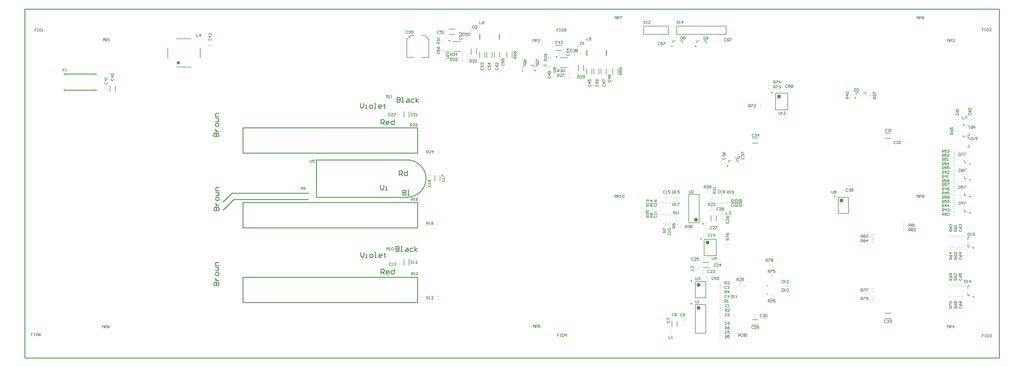
<source format=gto>
G04 Layer_Color=65535*
%FSLAX43Y43*%
%MOMM*%
G71*
G01*
G75*
%ADD29C,0.250*%
%ADD30C,0.500*%
%ADD32C,0.200*%
%ADD33C,0.150*%
%ADD36C,0.254*%
%ADD70C,0.600*%
%ADD71C,0.100*%
D29*
X208250Y36675D02*
G03*
X208250Y36675I-125J0D01*
G01*
X292100Y18900D02*
G03*
X292100Y18900I-125J0D01*
G01*
X249400Y49780D02*
G03*
X249400Y49780I-125J0D01*
G01*
X230075Y81725D02*
G03*
X230075Y81725I-125J0D01*
G01*
X208950Y41315D02*
G03*
X208950Y41315I-125J0D01*
G01*
X205300Y23780D02*
G03*
X205300Y23780I-125J0D01*
G01*
X130800Y97775D02*
G03*
X130800Y97775I-125J0D01*
G01*
X157225Y88525D02*
G03*
X157225Y88525I-125J0D01*
G01*
X153325D02*
G03*
X153325Y88525I-125J0D01*
G01*
X289150Y68300D02*
G03*
X289150Y68300I-125J0D01*
G01*
Y71800D02*
G03*
X289150Y71800I-125J0D01*
G01*
X292100Y33900D02*
G03*
X292100Y33900I-125J0D01*
G01*
X255725Y80125D02*
G03*
X255725Y80125I-125J0D01*
G01*
X291100Y44700D02*
G03*
X291100Y44700I-125J0D01*
G01*
Y49700D02*
G03*
X291100Y49700I-125J0D01*
G01*
Y54900D02*
G03*
X291100Y54900I-125J0D01*
G01*
Y59800D02*
G03*
X291100Y59800I-125J0D01*
G01*
X199325Y96025D02*
G03*
X199325Y96025I-125J0D01*
G01*
X206625D02*
G03*
X206625Y96025I-125J0D01*
G01*
X205300Y16685D02*
G03*
X205300Y16685I-125J0D01*
G01*
X216455Y59095D02*
G03*
X216455Y59095I-125J0D01*
G01*
X163800Y92775D02*
G03*
X163800Y92775I-125J0D01*
G01*
X69250Y50800D02*
X87250D01*
X69250Y48800D02*
X87250D01*
X61000Y48100D02*
X63700Y50800D01*
X69250D01*
X61000Y45500D02*
X64300Y48800D01*
X69250D01*
D30*
X47500Y90950D02*
G03*
X47500Y90950I-250J0D01*
G01*
D32*
X137325Y101025D02*
G03*
X137325Y101025I-100J0D01*
G01*
X228675Y22225D02*
G03*
X228675Y22225I-100J0D01*
G01*
X170325Y96025D02*
G03*
X170325Y96025I-100J0D01*
G01*
X228675Y19625D02*
G03*
X228675Y19625I-100J0D01*
G01*
X221525Y22175D02*
G03*
X221525Y22175I-100J0D01*
G01*
X46750Y98350D02*
X51250D01*
X46750Y89650D02*
X51250D01*
X54000Y92450D02*
Y95550D01*
X44000Y92450D02*
Y95550D01*
X209150Y31450D02*
X212850D01*
X209150Y36550D02*
X212850D01*
Y31450D02*
Y36550D01*
X209150Y31450D02*
Y36550D01*
X290300Y19200D02*
X290900D01*
X290300D02*
Y20000D01*
Y22200D02*
X290900D01*
X290300Y21400D02*
Y22200D01*
X250400Y44500D02*
X253600D01*
X250400Y49500D02*
X253600D01*
Y44500D02*
Y49500D01*
X250400Y44500D02*
Y49500D01*
X231150Y76450D02*
Y81550D01*
X234850Y76450D02*
Y81550D01*
X231150D02*
X234850D01*
X231150Y76450D02*
X234850D01*
X117600Y92600D02*
Y98150D01*
Y92600D02*
X119800D01*
X122200D02*
X124400D01*
Y98150D01*
X118850Y99400D02*
X119800D01*
X117600Y98150D02*
X118850Y99400D01*
X123150D02*
X124400Y98150D01*
X122200Y99400D02*
X123150D01*
X190480Y99730D02*
Y102270D01*
Y99730D02*
X198100D01*
Y102270D01*
X190480D02*
X198100D01*
X204400Y50375D02*
X207600D01*
X204400Y41625D02*
X207600D01*
X204400D02*
Y50375D01*
X207600Y41625D02*
Y50375D01*
X206400Y18500D02*
X209600D01*
X206400Y23500D02*
X209600D01*
Y18500D02*
Y23500D01*
X206400Y18500D02*
Y23500D01*
X144500Y92500D02*
Y94300D01*
X146100Y92500D02*
Y94300D01*
X148400Y92500D02*
Y94300D01*
X150000Y92500D02*
Y94300D01*
X131850Y94450D02*
X134150D01*
X131850Y97550D02*
X134150D01*
X200640Y102270D02*
X215880D01*
Y99730D02*
Y102270D01*
X200640Y99730D02*
X215880D01*
X200640D02*
Y102270D01*
X159600Y90200D02*
X160400D01*
Y89600D02*
Y90200D01*
X157400D02*
X158200D01*
X157400Y89600D02*
Y90200D01*
X155700D02*
X156500D01*
Y89600D02*
Y90200D01*
X153500D02*
X154300D01*
X153500Y89600D02*
Y90200D01*
X290700Y65000D02*
Y65800D01*
X290100Y65000D02*
X290700D01*
Y67200D02*
Y68000D01*
X290100D02*
X290700D01*
Y68500D02*
Y69300D01*
X290100Y68500D02*
X290700D01*
Y70700D02*
Y71500D01*
X290100D02*
X290700D01*
X290300Y36400D02*
Y37200D01*
X290900D01*
X290300Y34200D02*
Y35000D01*
Y34200D02*
X290900D01*
X200800Y9600D02*
Y11400D01*
X199200Y9600D02*
Y11400D01*
X118300Y28600D02*
Y30400D01*
X116700Y28600D02*
Y30400D01*
X126200Y54500D02*
Y56300D01*
X127800Y54500D02*
Y56300D01*
X118300Y74100D02*
Y75900D01*
X116700Y74100D02*
Y75900D01*
X208800Y27800D02*
X210600D01*
X208800Y29400D02*
X210600D01*
X211200Y42100D02*
Y43900D01*
X212800Y42100D02*
Y43900D01*
X223930Y11770D02*
X225730D01*
X223930Y10170D02*
X225730D01*
X264830Y67670D02*
X266630D01*
X264830Y69270D02*
X266630D01*
X264830Y13770D02*
X266630D01*
X264830Y12170D02*
X266630D01*
X223930Y66170D02*
X225730D01*
X223930Y67770D02*
X225730D01*
X26200Y82100D02*
Y83900D01*
X27800Y82100D02*
Y83900D01*
X163500Y94700D02*
X165300D01*
X163500Y96300D02*
X165300D01*
X173000Y87400D02*
Y89200D01*
X174600Y87400D02*
Y89200D01*
X175200Y87400D02*
Y89200D01*
X176800Y87400D02*
Y89200D01*
X177400Y87400D02*
Y89200D01*
X179000Y87400D02*
Y89200D01*
X130500Y99700D02*
X132300D01*
X130500Y101300D02*
X132300D01*
X140000Y92500D02*
Y94300D01*
X141600Y92500D02*
Y94300D01*
X142200Y92500D02*
Y94300D01*
X143800Y92500D02*
Y94300D01*
X255900Y81200D02*
Y81800D01*
X256700D01*
X258900Y81200D02*
Y81800D01*
X258100D02*
X258900D01*
X289300Y45000D02*
X289900D01*
X289300D02*
Y45800D01*
Y48000D02*
X289900D01*
X289300Y47200D02*
Y48000D01*
Y50000D02*
X289900D01*
X289300D02*
Y50800D01*
Y53000D02*
X289900D01*
X289300Y52200D02*
Y53000D01*
Y55200D02*
X289900D01*
X289300D02*
Y56000D01*
Y58200D02*
X289900D01*
X289300Y57400D02*
Y58200D01*
Y60100D02*
X289900D01*
X289300D02*
Y60900D01*
Y63100D02*
X289900D01*
X289300Y62300D02*
Y63100D01*
X199500Y97100D02*
Y97700D01*
X200300D01*
X202500Y97100D02*
Y97700D01*
X201700D02*
X202500D01*
X206800Y97100D02*
Y97700D01*
X207600D01*
X209800Y97100D02*
Y97700D01*
X209000D02*
X209800D01*
X170400Y88500D02*
Y90300D01*
X172000Y88500D02*
Y90300D01*
X137400Y93500D02*
Y95300D01*
X139000Y93500D02*
Y95300D01*
X182600Y87400D02*
Y89200D01*
X181000Y87400D02*
Y89200D01*
X206400Y7625D02*
X209600D01*
X206400Y16375D02*
X209600D01*
Y7625D02*
Y16375D01*
X206400Y7625D02*
Y16375D01*
X216630Y60170D02*
Y60770D01*
X217430D01*
X219630Y60170D02*
Y60770D01*
X218830D02*
X219630D01*
X164850Y92550D02*
X167150D01*
X164850Y89450D02*
X167150D01*
D33*
X52900Y99800D02*
Y99000D01*
X53433D01*
X54100D02*
Y99800D01*
X53700Y99400D01*
X54233D01*
X211600Y31050D02*
Y30383D01*
X211733Y30250D01*
X212000D01*
X212133Y30383D01*
Y31050D01*
X212800Y30250D02*
Y31050D01*
X212400Y30650D01*
X212933D01*
X140016Y103714D02*
Y102915D01*
X140550D01*
X141349Y103714D02*
X141083Y103581D01*
X140816Y103314D01*
Y103048D01*
X140949Y102915D01*
X141216D01*
X141349Y103048D01*
Y103181D01*
X141216Y103314D01*
X140816D01*
X289234Y23965D02*
Y23165D01*
X289634D01*
X289767Y23299D01*
Y23832D01*
X289634Y23965D01*
X289234D01*
X290034Y23165D02*
X290300D01*
X290167D01*
Y23965D01*
X290034Y23832D01*
X291100Y23165D02*
Y23965D01*
X290700Y23565D01*
X291233D01*
X248435Y51486D02*
Y50819D01*
X248568Y50686D01*
X248834D01*
X248968Y50819D01*
Y51486D01*
X249234Y51352D02*
X249368Y51486D01*
X249634D01*
X249768Y51352D01*
Y51219D01*
X249634Y51086D01*
X249768Y50952D01*
Y50819D01*
X249634Y50686D01*
X249368D01*
X249234Y50819D01*
Y50952D01*
X249368Y51086D01*
X249234Y51219D01*
Y51352D01*
X249368Y51086D02*
X249634D01*
X137900Y102400D02*
Y101600D01*
X138300D01*
X138433Y101733D01*
Y102266D01*
X138300Y102400D01*
X137900D01*
X139233Y101600D02*
X138700D01*
X139233Y102133D01*
Y102266D01*
X139100Y102400D01*
X138833D01*
X138700Y102266D01*
X233100Y23900D02*
Y23100D01*
X233500D01*
X233633Y23233D01*
Y23766D01*
X233500Y23900D01*
X233100D01*
X233900Y23100D02*
X234166D01*
X234033D01*
Y23900D01*
X233900Y23766D01*
X235099Y23100D02*
X234566D01*
X235099Y23633D01*
Y23766D01*
X234966Y23900D01*
X234699D01*
X234566Y23766D01*
X257400Y35700D02*
Y36500D01*
X257800D01*
X257933Y36366D01*
Y36100D01*
X257800Y35967D01*
X257400D01*
X257667D02*
X257933Y35700D01*
X258200Y36366D02*
X258333Y36500D01*
X258600D01*
X258733Y36366D01*
Y36233D01*
X258600Y36100D01*
X258733Y35967D01*
Y35833D01*
X258600Y35700D01*
X258333D01*
X258200Y35833D01*
Y35967D01*
X258333Y36100D01*
X258200Y36233D01*
Y36366D01*
X258333Y36100D02*
X258600D01*
X259399Y35700D02*
Y36500D01*
X258999Y36100D01*
X259533D01*
X111300Y80100D02*
Y80900D01*
X111567Y80633D01*
X111833Y80900D01*
Y80100D01*
X112100D02*
X112366D01*
X112233D01*
Y80900D01*
X112100Y80766D01*
X112766Y80100D02*
X113033D01*
X112899D01*
Y80900D01*
X112766Y80766D01*
X232100Y75800D02*
Y75133D01*
X232233Y75000D01*
X232500D01*
X232633Y75133D01*
Y75800D01*
X232900Y75000D02*
X233166D01*
X233033D01*
Y75800D01*
X232900Y75666D01*
X234099Y75000D02*
X233566D01*
X234099Y75533D01*
Y75666D01*
X233966Y75800D01*
X233699D01*
X233566Y75666D01*
X12279Y89083D02*
X11746D01*
Y88683D01*
X12013D01*
X11746D01*
Y88283D01*
X12546D02*
X12813D01*
X12679D01*
Y89083D01*
X12546Y88949D01*
X118700Y71400D02*
Y72200D01*
X119100D01*
X119233Y72066D01*
Y71800D01*
X119100Y71667D01*
X118700D01*
X118967D02*
X119233Y71400D01*
X120033D02*
X119500D01*
X120033Y71933D01*
Y72066D01*
X119900Y72200D01*
X119633D01*
X119500Y72066D01*
X120833Y71400D02*
X120299D01*
X120833Y71933D01*
Y72066D01*
X120699Y72200D01*
X120433D01*
X120299Y72066D01*
X215900Y45000D02*
Y44200D01*
X216433D01*
X216700Y44866D02*
X216833Y45000D01*
X217100D01*
X217233Y44866D01*
Y44733D01*
X217100Y44600D01*
X216966D01*
X217100D01*
X217233Y44467D01*
Y44333D01*
X217100Y44200D01*
X216833D01*
X216700Y44333D01*
X117933Y100666D02*
X117800Y100800D01*
X117533D01*
X117400Y100666D01*
Y100133D01*
X117533Y100000D01*
X117800D01*
X117933Y100133D01*
X118200Y100666D02*
X118333Y100800D01*
X118600D01*
X118733Y100666D01*
Y100533D01*
X118600Y100400D01*
X118466D01*
X118600D01*
X118733Y100267D01*
Y100133D01*
X118600Y100000D01*
X118333D01*
X118200Y100133D01*
X118999D02*
X119133Y100000D01*
X119399D01*
X119533Y100133D01*
Y100666D01*
X119399Y100800D01*
X119133D01*
X118999Y100666D01*
Y100533D01*
X119133Y100400D01*
X119533D01*
X190537Y103840D02*
X191070Y103040D01*
Y103840D02*
X190537Y103040D01*
X191337D02*
X191603D01*
X191470D01*
Y103840D01*
X191337Y103707D01*
X192536Y103040D02*
X192003D01*
X192536Y103574D01*
Y103707D01*
X192403Y103840D01*
X192136D01*
X192003Y103707D01*
X295233Y7200D02*
X294700D01*
Y6800D01*
X294967D01*
X294700D01*
Y6400D01*
X295500Y7200D02*
X295766D01*
X295633D01*
Y6400D01*
X295500D01*
X295766D01*
X296166Y7200D02*
Y6400D01*
X296566D01*
X296699Y6533D01*
Y7066D01*
X296566Y7200D01*
X296166D01*
X296966Y7066D02*
X297099Y7200D01*
X297366D01*
X297499Y7066D01*
Y6933D01*
X297366Y6800D01*
X297233D01*
X297366D01*
X297499Y6667D01*
Y6533D01*
X297366Y6400D01*
X297099D01*
X296966Y6533D01*
X204500Y51600D02*
Y50933D01*
X204633Y50800D01*
X204900D01*
X205033Y50933D01*
Y51600D01*
X205833Y50800D02*
X205300D01*
X205833Y51333D01*
Y51466D01*
X205700Y51600D01*
X205433D01*
X205300Y51466D01*
X206500Y24800D02*
Y24133D01*
X206633Y24000D01*
X206900D01*
X207033Y24133D01*
Y24800D01*
X207300Y24666D02*
X207433Y24800D01*
X207700D01*
X207833Y24666D01*
Y24533D01*
X207700Y24400D01*
X207566D01*
X207700D01*
X207833Y24267D01*
Y24133D01*
X207700Y24000D01*
X207433D01*
X207300Y24133D01*
X145034Y89333D02*
X144900Y89200D01*
Y88933D01*
X145034Y88800D01*
X145567D01*
X145700Y88933D01*
Y89200D01*
X145567Y89333D01*
X144900Y90133D02*
X145034Y89866D01*
X145300Y89600D01*
X145567D01*
X145700Y89733D01*
Y90000D01*
X145567Y90133D01*
X145433D01*
X145300Y90000D01*
Y89600D01*
X145700Y90933D02*
Y90399D01*
X145167Y90933D01*
X145034D01*
X144900Y90799D01*
Y90533D01*
X145034Y90399D01*
X287734Y15833D02*
X287600Y15700D01*
Y15433D01*
X287734Y15300D01*
X288267D01*
X288400Y15433D01*
Y15700D01*
X288267Y15833D01*
X287600Y16633D02*
X287734Y16366D01*
X288000Y16100D01*
X288267D01*
X288400Y16233D01*
Y16500D01*
X288267Y16633D01*
X288133D01*
X288000Y16500D01*
Y16100D01*
X287600Y17433D02*
X287734Y17166D01*
X288000Y16899D01*
X288267D01*
X288400Y17033D01*
Y17299D01*
X288267Y17433D01*
X288133D01*
X288000Y17299D01*
Y16899D01*
X87800Y61000D02*
Y60333D01*
X87933Y60200D01*
X88200D01*
X88333Y60333D01*
Y61000D01*
X89133D02*
X88600D01*
Y60600D01*
X88866Y60733D01*
X89000D01*
X89133Y60600D01*
Y60333D01*
X89000Y60200D01*
X88733D01*
X88600Y60333D01*
X24200Y97600D02*
Y98400D01*
X24467Y98133D01*
X24733Y98400D01*
Y97600D01*
X25000D02*
Y98400D01*
X25400D01*
X25533Y98266D01*
Y98000D01*
X25400Y97867D01*
X25000D01*
X25799Y97600D02*
X26066D01*
X25933D01*
Y98400D01*
X25799Y98266D01*
X181647Y104412D02*
Y105212D01*
X181913Y104945D01*
X182180Y105212D01*
Y104412D01*
X182447D02*
Y105212D01*
X182846D01*
X182980Y105078D01*
Y104812D01*
X182846Y104679D01*
X182447D01*
X183246Y105212D02*
X183779D01*
Y105078D01*
X183246Y104545D01*
Y104412D01*
X85100Y51800D02*
Y52600D01*
X85367Y52333D01*
X85633Y52600D01*
Y51800D01*
X86300D02*
Y52600D01*
X85900Y52200D01*
X86433D01*
X151300Y92300D02*
X150500D01*
Y92700D01*
X150634Y92833D01*
X150900D01*
X151033Y92700D01*
Y92300D01*
Y92567D02*
X151300Y92833D01*
X150500Y93633D02*
X150634Y93366D01*
X150900Y93100D01*
X151167D01*
X151300Y93233D01*
Y93500D01*
X151167Y93633D01*
X151033D01*
X150900Y93500D01*
Y93100D01*
X150500Y94433D02*
X150634Y94166D01*
X150900Y93899D01*
X151167D01*
X151300Y94033D01*
Y94299D01*
X151167Y94433D01*
X151033D01*
X150900Y94299D01*
Y93899D01*
X129700Y92300D02*
X130367D01*
X130500Y92433D01*
Y92700D01*
X130367Y92833D01*
X129700D01*
X130500Y93100D02*
Y93366D01*
Y93233D01*
X129700D01*
X129834Y93100D01*
Y93766D02*
X129700Y93899D01*
Y94166D01*
X129834Y94299D01*
X130367D01*
X130500Y94166D01*
Y93899D01*
X130367Y93766D01*
X129834D01*
X200697Y103840D02*
X201230Y103040D01*
Y103840D02*
X200697Y103040D01*
X201497D02*
X201763D01*
X201630D01*
Y103840D01*
X201497Y103707D01*
X202563Y103040D02*
Y103840D01*
X202163Y103440D01*
X202696D01*
X215933Y98266D02*
X215800Y98400D01*
X215533D01*
X215400Y98266D01*
Y97733D01*
X215533Y97600D01*
X215800D01*
X215933Y97733D01*
X216733Y98400D02*
X216466Y98266D01*
X216200Y98000D01*
Y97733D01*
X216333Y97600D01*
X216600D01*
X216733Y97733D01*
Y97867D01*
X216600Y98000D01*
X216200D01*
X216999Y98400D02*
X217533D01*
Y98266D01*
X216999Y97733D01*
Y97600D01*
X257400Y17900D02*
Y18700D01*
X257800D01*
X257933Y18566D01*
Y18300D01*
X257800Y18167D01*
X257400D01*
X257667D02*
X257933Y17900D01*
X258200Y18700D02*
X258733D01*
Y18566D01*
X258200Y18033D01*
Y17900D01*
X258999Y18033D02*
X259133Y17900D01*
X259399D01*
X259533Y18033D01*
Y18566D01*
X259399Y18700D01*
X259133D01*
X258999Y18566D01*
Y18433D01*
X259133Y18300D01*
X259533D01*
X228151Y29719D02*
Y30519D01*
X228551D01*
X228684Y30386D01*
Y30119D01*
X228551Y29986D01*
X228151D01*
X228418D02*
X228684Y29719D01*
X228951Y30519D02*
X229484D01*
Y30386D01*
X228951Y29853D01*
Y29719D01*
X229751Y30386D02*
X229884Y30519D01*
X230151D01*
X230284Y30386D01*
Y30253D01*
X230151Y30119D01*
X230284Y29986D01*
Y29853D01*
X230151Y29719D01*
X229884D01*
X229751Y29853D01*
Y29986D01*
X229884Y30119D01*
X229751Y30253D01*
Y30386D01*
X229884Y30119D02*
X230151D01*
X257400Y20500D02*
Y21300D01*
X257800D01*
X257933Y21166D01*
Y20900D01*
X257800Y20767D01*
X257400D01*
X257667D02*
X257933Y20500D01*
X258200Y21300D02*
X258733D01*
Y21166D01*
X258200Y20633D01*
Y20500D01*
X258999Y21300D02*
X259533D01*
Y21166D01*
X258999Y20633D01*
Y20500D01*
X216700Y36300D02*
X215900D01*
Y36700D01*
X216034Y36833D01*
X216300D01*
X216433Y36700D01*
Y36300D01*
Y36567D02*
X216700Y36833D01*
X215900Y37100D02*
Y37633D01*
X216034D01*
X216567Y37100D01*
X216700D01*
X215900Y38433D02*
X216034Y38166D01*
X216300Y37899D01*
X216567D01*
X216700Y38033D01*
Y38299D01*
X216567Y38433D01*
X216433D01*
X216300Y38299D01*
Y37899D01*
X228800Y26300D02*
Y27100D01*
X229200D01*
X229333Y26966D01*
Y26700D01*
X229200Y26567D01*
X228800D01*
X229067D02*
X229333Y26300D01*
X229600Y27100D02*
X230133D01*
Y26966D01*
X229600Y26433D01*
Y26300D01*
X230933Y27100D02*
X230399D01*
Y26700D01*
X230666Y26833D01*
X230799D01*
X230933Y26700D01*
Y26433D01*
X230799Y26300D01*
X230533D01*
X230399Y26433D01*
X219200Y23800D02*
Y24600D01*
X219600D01*
X219733Y24466D01*
Y24200D01*
X219600Y24067D01*
X219200D01*
X219467D02*
X219733Y23800D01*
X220533D02*
X220000D01*
X220533Y24333D01*
Y24466D01*
X220400Y24600D01*
X220133D01*
X220000Y24466D01*
X220799D02*
X220933Y24600D01*
X221199D01*
X221333Y24466D01*
Y24333D01*
X221199Y24200D01*
X221333Y24067D01*
Y23933D01*
X221199Y23800D01*
X220933D01*
X220799Y23933D01*
Y24067D01*
X220933Y24200D01*
X220799Y24333D01*
Y24466D01*
X220933Y24200D02*
X221199D01*
X228800Y17200D02*
Y18000D01*
X229200D01*
X229333Y17866D01*
Y17600D01*
X229200Y17467D01*
X228800D01*
X229067D02*
X229333Y17200D01*
X230133D02*
X229600D01*
X230133Y17733D01*
Y17866D01*
X230000Y18000D01*
X229733D01*
X229600Y17866D01*
X230933Y18000D02*
X230399D01*
Y17600D01*
X230666Y17733D01*
X230799D01*
X230933Y17600D01*
Y17333D01*
X230799Y17200D01*
X230533D01*
X230399Y17333D01*
X158067Y91133D02*
X157534D01*
X157400Y91000D01*
Y90733D01*
X157534Y90600D01*
X158067D01*
X158200Y90733D01*
Y91000D01*
X157933Y90867D02*
X158200Y91133D01*
Y91000D02*
X158067Y91133D01*
X157400Y91400D02*
Y91933D01*
X157534D01*
X158067Y91400D01*
X158200D01*
X154167Y91133D02*
X153634D01*
X153500Y91000D01*
Y90733D01*
X153634Y90600D01*
X154167D01*
X154300Y90733D01*
Y91000D01*
X154033Y90867D02*
X154300Y91133D01*
Y91000D02*
X154167Y91133D01*
X153500Y91933D02*
X153634Y91666D01*
X153900Y91400D01*
X154167D01*
X154300Y91533D01*
Y91800D01*
X154167Y91933D01*
X154033D01*
X153900Y91800D01*
Y91400D01*
X2567Y7591D02*
X2034D01*
Y7191D01*
X2301D01*
X2034D01*
Y6791D01*
X2834Y7591D02*
X3100D01*
X2967D01*
Y6791D01*
X2834D01*
X3100D01*
X3500Y7591D02*
Y6791D01*
X3900D01*
X4033Y6924D01*
Y7457D01*
X3900Y7591D01*
X3500D01*
X4833D02*
X4567Y7457D01*
X4300Y7191D01*
Y6924D01*
X4433Y6791D01*
X4700D01*
X4833Y6924D01*
Y7058D01*
X4700Y7191D01*
X4300D01*
X164333Y101400D02*
X163800D01*
Y101000D01*
X164067D01*
X163800D01*
Y100600D01*
X164600Y101400D02*
X164866D01*
X164733D01*
Y100600D01*
X164600D01*
X164866D01*
X165266Y101400D02*
Y100600D01*
X165666D01*
X165799Y100733D01*
Y101266D01*
X165666Y101400D01*
X165266D01*
X166599D02*
X166066D01*
Y101000D01*
X166333Y101133D01*
X166466D01*
X166599Y101000D01*
Y100733D01*
X166466Y100600D01*
X166199D01*
X166066Y100733D01*
X164533Y7400D02*
X164000D01*
Y7000D01*
X164267D01*
X164000D01*
Y6600D01*
X164800Y7400D02*
X165066D01*
X164933D01*
Y6600D01*
X164800D01*
X165066D01*
X165466Y7400D02*
Y6600D01*
X165866D01*
X165999Y6733D01*
Y7266D01*
X165866Y7400D01*
X165466D01*
X166666Y6600D02*
Y7400D01*
X166266Y7000D01*
X166799D01*
X291200Y68000D02*
Y67200D01*
X291600D01*
X291733Y67333D01*
Y67866D01*
X291600Y68000D01*
X291200D01*
X292000Y67200D02*
X292266D01*
X292133D01*
Y68000D01*
X292000Y67866D01*
X293199Y68000D02*
X292666D01*
Y67600D01*
X292933Y67733D01*
X293066D01*
X293199Y67600D01*
Y67333D01*
X293066Y67200D01*
X292799D01*
X292666Y67333D01*
X181647Y49421D02*
Y50221D01*
X181913Y49954D01*
X182180Y50221D01*
Y49421D01*
X182447D02*
Y50221D01*
X182846D01*
X182980Y50087D01*
Y49821D01*
X182846Y49688D01*
X182447D01*
X183246Y49421D02*
X183513D01*
X183380D01*
Y50221D01*
X183246Y50087D01*
X183913D02*
X184046Y50221D01*
X184313D01*
X184446Y50087D01*
Y49554D01*
X184313Y49421D01*
X184046D01*
X183913Y49554D01*
Y50087D01*
X274636Y49421D02*
Y50221D01*
X274903Y49954D01*
X275169Y50221D01*
Y49421D01*
X275436D02*
Y50221D01*
X275836D01*
X275969Y50087D01*
Y49821D01*
X275836Y49688D01*
X275436D01*
X276236Y49554D02*
X276369Y49421D01*
X276636D01*
X276769Y49554D01*
Y50087D01*
X276636Y50221D01*
X276369D01*
X276236Y50087D01*
Y49954D01*
X276369Y49821D01*
X276769D01*
X274636Y104412D02*
Y105212D01*
X274903Y104945D01*
X275169Y105212D01*
Y104412D01*
X275436D02*
Y105212D01*
X275836D01*
X275969Y105078D01*
Y104812D01*
X275836Y104679D01*
X275436D01*
X276236Y105078D02*
X276369Y105212D01*
X276636D01*
X276769Y105078D01*
Y104945D01*
X276636Y104812D01*
X276769Y104679D01*
Y104545D01*
X276636Y104412D01*
X276369D01*
X276236Y104545D01*
Y104679D01*
X276369Y104812D01*
X276236Y104945D01*
Y105078D01*
X276369Y104812D02*
X276636D01*
X23900Y9200D02*
Y10000D01*
X24167Y9733D01*
X24433Y10000D01*
Y9200D01*
X24700D02*
Y10000D01*
X25100D01*
X25233Y9866D01*
Y9600D01*
X25100Y9467D01*
X24700D01*
X26033Y10000D02*
X25766Y9866D01*
X25499Y9600D01*
Y9333D01*
X25633Y9200D01*
X25899D01*
X26033Y9333D01*
Y9467D01*
X25899Y9600D01*
X25499D01*
X156500Y9300D02*
Y10100D01*
X156767Y9833D01*
X157033Y10100D01*
Y9300D01*
X157300D02*
Y10100D01*
X157700D01*
X157833Y9966D01*
Y9700D01*
X157700Y9567D01*
X157300D01*
X158633Y10100D02*
X158099D01*
Y9700D01*
X158366Y9833D01*
X158499D01*
X158633Y9700D01*
Y9433D01*
X158499Y9300D01*
X158233D01*
X158099Y9433D01*
X284000Y9200D02*
Y10000D01*
X284267Y9733D01*
X284533Y10000D01*
Y9200D01*
X284800D02*
Y10000D01*
X285200D01*
X285333Y9866D01*
Y9600D01*
X285200Y9467D01*
X284800D01*
X285999Y9200D02*
Y10000D01*
X285599Y9600D01*
X286133D01*
X284000Y97400D02*
Y98200D01*
X284267Y97933D01*
X284533Y98200D01*
Y97400D01*
X284800D02*
Y98200D01*
X285200D01*
X285333Y98066D01*
Y97800D01*
X285200Y97667D01*
X284800D01*
X285599Y98066D02*
X285733Y98200D01*
X285999D01*
X286133Y98066D01*
Y97933D01*
X285999Y97800D01*
X285866D01*
X285999D01*
X286133Y97667D01*
Y97533D01*
X285999Y97400D01*
X285733D01*
X285599Y97533D01*
X156400Y97400D02*
Y98200D01*
X156667Y97933D01*
X156933Y98200D01*
Y97400D01*
X157200D02*
Y98200D01*
X157600D01*
X157733Y98066D01*
Y97800D01*
X157600Y97667D01*
X157200D01*
X158533Y97400D02*
X157999D01*
X158533Y97933D01*
Y98066D01*
X158399Y98200D01*
X158133D01*
X157999Y98066D01*
X285700Y68900D02*
X284900D01*
Y69300D01*
X285034Y69433D01*
X285300D01*
X285433Y69300D01*
Y68900D01*
Y69167D02*
X285700Y69433D01*
X284900Y70233D02*
X285034Y69966D01*
X285300Y69700D01*
X285567D01*
X285700Y69833D01*
Y70100D01*
X285567Y70233D01*
X285433D01*
X285300Y70100D01*
Y69700D01*
X284900Y71033D02*
Y70499D01*
X285300D01*
X285167Y70766D01*
Y70899D01*
X285300Y71033D01*
X285567D01*
X285700Y70899D01*
Y70633D01*
X285567Y70499D01*
X285400Y30400D02*
X284600D01*
Y30800D01*
X284734Y30933D01*
X285000D01*
X285133Y30800D01*
Y30400D01*
Y30667D02*
X285400Y30933D01*
X284600Y31733D02*
X284734Y31466D01*
X285000Y31200D01*
X285267D01*
X285400Y31333D01*
Y31600D01*
X285267Y31733D01*
X285133D01*
X285000Y31600D01*
Y31200D01*
X285400Y32399D02*
X284600D01*
X285000Y31999D01*
Y32533D01*
X285400Y39000D02*
X284600D01*
Y39400D01*
X284734Y39533D01*
X285000D01*
X285133Y39400D01*
Y39000D01*
Y39267D02*
X285400Y39533D01*
X284600Y40333D02*
X284734Y40066D01*
X285000Y39800D01*
X285267D01*
X285400Y39933D01*
Y40200D01*
X285267Y40333D01*
X285133D01*
X285000Y40200D01*
Y39800D01*
X284734Y40599D02*
X284600Y40733D01*
Y40999D01*
X284734Y41133D01*
X284867D01*
X285000Y40999D01*
Y40866D01*
Y40999D01*
X285133Y41133D01*
X285267D01*
X285400Y40999D01*
Y40733D01*
X285267Y40599D01*
X286900Y30400D02*
X286100D01*
Y30800D01*
X286234Y30933D01*
X286500D01*
X286633Y30800D01*
Y30400D01*
Y30667D02*
X286900Y30933D01*
X286100Y31733D02*
X286234Y31466D01*
X286500Y31200D01*
X286767D01*
X286900Y31333D01*
Y31600D01*
X286767Y31733D01*
X286633D01*
X286500Y31600D01*
Y31200D01*
X286900Y32533D02*
Y31999D01*
X286367Y32533D01*
X286234D01*
X286100Y32399D01*
Y32133D01*
X286234Y31999D01*
X286900Y39000D02*
X286100D01*
Y39400D01*
X286234Y39533D01*
X286500D01*
X286633Y39400D01*
Y39000D01*
Y39267D02*
X286900Y39533D01*
X286100Y40333D02*
X286234Y40066D01*
X286500Y39800D01*
X286767D01*
X286900Y39933D01*
Y40200D01*
X286767Y40333D01*
X286633D01*
X286500Y40200D01*
Y39800D01*
X286900Y40599D02*
Y40866D01*
Y40733D01*
X286100D01*
X286234Y40599D01*
X291733Y70833D02*
Y71366D01*
X291600Y71500D01*
X291333D01*
X291200Y71366D01*
Y70833D01*
X291333Y70700D01*
X291600D01*
X291467Y70967D02*
X291733Y70700D01*
X291600D02*
X291733Y70833D01*
X292400Y70700D02*
Y71500D01*
X292000Y71100D01*
X292533D01*
X288600Y74400D02*
Y73600D01*
X289133D01*
X289400Y74400D02*
X289933D01*
Y74266D01*
X289400Y73733D01*
Y73600D01*
X290300Y38500D02*
Y37700D01*
X290700D01*
X290833Y37833D01*
Y38366D01*
X290700Y38500D01*
X290300D01*
X291100Y37700D02*
X291366D01*
X291233D01*
Y38500D01*
X291100Y38366D01*
X291766D02*
X291899Y38500D01*
X292166D01*
X292299Y38366D01*
Y38233D01*
X292166Y38100D01*
X292033D01*
X292166D01*
X292299Y37967D01*
Y37833D01*
X292166Y37700D01*
X291899D01*
X291766Y37833D01*
X286734Y75433D02*
X286600Y75300D01*
Y75033D01*
X286734Y74900D01*
X287267D01*
X287400Y75033D01*
Y75300D01*
X287267Y75433D01*
X286600Y76233D02*
X286734Y75966D01*
X287000Y75700D01*
X287267D01*
X287400Y75833D01*
Y76100D01*
X287267Y76233D01*
X287133D01*
X287000Y76100D01*
Y75700D01*
X287400Y76499D02*
Y76766D01*
Y76633D01*
X286600D01*
X286734Y76499D01*
X290634Y75433D02*
X290500Y75300D01*
Y75033D01*
X290634Y74900D01*
X291167D01*
X291300Y75033D01*
Y75300D01*
X291167Y75433D01*
X290500Y76233D02*
X290634Y75966D01*
X290900Y75700D01*
X291167D01*
X291300Y75833D01*
Y76100D01*
X291167Y76233D01*
X291033D01*
X290900Y76100D01*
Y75700D01*
X290634Y76499D02*
X290500Y76633D01*
Y76899D01*
X290634Y77033D01*
X291167D01*
X291300Y76899D01*
Y76633D01*
X291167Y76499D01*
X290634D01*
X282400Y43900D02*
Y44700D01*
X282800D01*
X282933Y44566D01*
Y44300D01*
X282800Y44167D01*
X282400D01*
X282667D02*
X282933Y43900D01*
X283733Y44700D02*
X283466Y44566D01*
X283200Y44300D01*
Y44033D01*
X283333Y43900D01*
X283600D01*
X283733Y44033D01*
Y44167D01*
X283600Y44300D01*
X283200D01*
X283999Y44566D02*
X284133Y44700D01*
X284399D01*
X284533Y44566D01*
Y44033D01*
X284399Y43900D01*
X284133D01*
X283999Y44033D01*
Y44566D01*
X282400Y47800D02*
Y48600D01*
X282800D01*
X282933Y48466D01*
Y48200D01*
X282800Y48067D01*
X282400D01*
X282667D02*
X282933Y47800D01*
X283733Y48600D02*
X283200D01*
Y48200D01*
X283466Y48333D01*
X283600D01*
X283733Y48200D01*
Y47933D01*
X283600Y47800D01*
X283333D01*
X283200Y47933D01*
X283999D02*
X284133Y47800D01*
X284399D01*
X284533Y47933D01*
Y48466D01*
X284399Y48600D01*
X284133D01*
X283999Y48466D01*
Y48333D01*
X284133Y48200D01*
X284533D01*
X282400Y49100D02*
Y49900D01*
X282800D01*
X282933Y49766D01*
Y49500D01*
X282800Y49367D01*
X282400D01*
X282667D02*
X282933Y49100D01*
X283733Y49900D02*
X283200D01*
Y49500D01*
X283466Y49633D01*
X283600D01*
X283733Y49500D01*
Y49233D01*
X283600Y49100D01*
X283333D01*
X283200Y49233D01*
X283999Y49766D02*
X284133Y49900D01*
X284399D01*
X284533Y49766D01*
Y49633D01*
X284399Y49500D01*
X284533Y49367D01*
Y49233D01*
X284399Y49100D01*
X284133D01*
X283999Y49233D01*
Y49367D01*
X284133Y49500D01*
X283999Y49633D01*
Y49766D01*
X284133Y49500D02*
X284399D01*
X282400Y53000D02*
Y53800D01*
X282800D01*
X282933Y53666D01*
Y53400D01*
X282800Y53267D01*
X282400D01*
X282667D02*
X282933Y53000D01*
X283733Y53800D02*
X283200D01*
Y53400D01*
X283466Y53533D01*
X283600D01*
X283733Y53400D01*
Y53133D01*
X283600Y53000D01*
X283333D01*
X283200Y53133D01*
X283999Y53800D02*
X284533D01*
Y53666D01*
X283999Y53133D01*
Y53000D01*
X282400Y54200D02*
Y55000D01*
X282800D01*
X282933Y54866D01*
Y54600D01*
X282800Y54467D01*
X282400D01*
X282667D02*
X282933Y54200D01*
X283733Y55000D02*
X283200D01*
Y54600D01*
X283466Y54733D01*
X283600D01*
X283733Y54600D01*
Y54333D01*
X283600Y54200D01*
X283333D01*
X283200Y54333D01*
X284533Y55000D02*
X284266Y54866D01*
X283999Y54600D01*
Y54333D01*
X284133Y54200D01*
X284399D01*
X284533Y54333D01*
Y54467D01*
X284399Y54600D01*
X283999D01*
X282400Y58200D02*
Y59000D01*
X282800D01*
X282933Y58866D01*
Y58600D01*
X282800Y58467D01*
X282400D01*
X282667D02*
X282933Y58200D01*
X283733Y59000D02*
X283200D01*
Y58600D01*
X283466Y58733D01*
X283600D01*
X283733Y58600D01*
Y58333D01*
X283600Y58200D01*
X283333D01*
X283200Y58333D01*
X284533Y59000D02*
X283999D01*
Y58600D01*
X284266Y58733D01*
X284399D01*
X284533Y58600D01*
Y58333D01*
X284399Y58200D01*
X284133D01*
X283999Y58333D01*
X282400Y59400D02*
Y60200D01*
X282800D01*
X282933Y60066D01*
Y59800D01*
X282800Y59667D01*
X282400D01*
X282667D02*
X282933Y59400D01*
X283733Y60200D02*
X283200D01*
Y59800D01*
X283466Y59933D01*
X283600D01*
X283733Y59800D01*
Y59533D01*
X283600Y59400D01*
X283333D01*
X283200Y59533D01*
X284399Y59400D02*
Y60200D01*
X283999Y59800D01*
X284533D01*
X282400Y63300D02*
Y64100D01*
X282800D01*
X282933Y63966D01*
Y63700D01*
X282800Y63567D01*
X282400D01*
X282667D02*
X282933Y63300D01*
X283733Y64100D02*
X283200D01*
Y63700D01*
X283466Y63833D01*
X283600D01*
X283733Y63700D01*
Y63433D01*
X283600Y63300D01*
X283333D01*
X283200Y63433D01*
X283999Y63966D02*
X284133Y64100D01*
X284399D01*
X284533Y63966D01*
Y63833D01*
X284399Y63700D01*
X284266D01*
X284399D01*
X284533Y63567D01*
Y63433D01*
X284399Y63300D01*
X284133D01*
X283999Y63433D01*
X282400Y62000D02*
Y62800D01*
X282800D01*
X282933Y62666D01*
Y62400D01*
X282800Y62267D01*
X282400D01*
X282667D02*
X282933Y62000D01*
X283733Y62800D02*
X283200D01*
Y62400D01*
X283466Y62533D01*
X283600D01*
X283733Y62400D01*
Y62133D01*
X283600Y62000D01*
X283333D01*
X283200Y62133D01*
X284533Y62000D02*
X283999D01*
X284533Y62533D01*
Y62666D01*
X284399Y62800D01*
X284133D01*
X283999Y62666D01*
X282400Y60800D02*
Y61600D01*
X282800D01*
X282933Y61466D01*
Y61200D01*
X282800Y61067D01*
X282400D01*
X282667D02*
X282933Y60800D01*
X283733Y61600D02*
X283200D01*
Y61200D01*
X283466Y61333D01*
X283600D01*
X283733Y61200D01*
Y60933D01*
X283600Y60800D01*
X283333D01*
X283200Y60933D01*
X283999Y60800D02*
X284266D01*
X284133D01*
Y61600D01*
X283999Y61466D01*
X282400Y56800D02*
Y57600D01*
X282800D01*
X282933Y57466D01*
Y57200D01*
X282800Y57067D01*
X282400D01*
X282667D02*
X282933Y56800D01*
X283600D02*
Y57600D01*
X283200Y57200D01*
X283733D01*
X284533Y56800D02*
X283999D01*
X284533Y57333D01*
Y57466D01*
X284399Y57600D01*
X284133D01*
X283999Y57466D01*
X282400Y55500D02*
Y56300D01*
X282800D01*
X282933Y56166D01*
Y55900D01*
X282800Y55767D01*
X282400D01*
X282667D02*
X282933Y55500D01*
X283600D02*
Y56300D01*
X283200Y55900D01*
X283733D01*
X283999Y55500D02*
X284266D01*
X284133D01*
Y56300D01*
X283999Y56166D01*
X216133Y16366D02*
X216000Y16500D01*
X215733D01*
X215600Y16366D01*
Y15833D01*
X215733Y15700D01*
X216000D01*
X216133Y15833D01*
X216400Y15700D02*
X216666D01*
X216533D01*
Y16500D01*
X216400Y16366D01*
X216133Y13566D02*
X216000Y13700D01*
X215733D01*
X215600Y13566D01*
Y13033D01*
X215733Y12900D01*
X216000D01*
X216133Y13033D01*
X216933Y12900D02*
X216400D01*
X216933Y13433D01*
Y13566D01*
X216800Y13700D01*
X216533D01*
X216400Y13566D01*
X216033Y21966D02*
X215900Y22100D01*
X215633D01*
X215500Y21966D01*
Y21433D01*
X215633Y21300D01*
X215900D01*
X216033Y21433D01*
X216300Y21966D02*
X216433Y22100D01*
X216700D01*
X216833Y21966D01*
Y21833D01*
X216700Y21700D01*
X216566D01*
X216700D01*
X216833Y21567D01*
Y21433D01*
X216700Y21300D01*
X216433D01*
X216300Y21433D01*
X216033Y19166D02*
X215900Y19300D01*
X215633D01*
X215500Y19166D01*
Y18633D01*
X215633Y18500D01*
X215900D01*
X216033Y18633D01*
X216700Y18500D02*
Y19300D01*
X216300Y18900D01*
X216833D01*
X216133Y8166D02*
X216000Y8300D01*
X215733D01*
X215600Y8166D01*
Y7633D01*
X215733Y7500D01*
X216000D01*
X216133Y7633D01*
X216933Y8300D02*
X216400D01*
Y7900D01*
X216666Y8033D01*
X216800D01*
X216933Y7900D01*
Y7633D01*
X216800Y7500D01*
X216533D01*
X216400Y7633D01*
X216133Y10966D02*
X216000Y11100D01*
X215733D01*
X215600Y10966D01*
Y10433D01*
X215733Y10300D01*
X216000D01*
X216133Y10433D01*
X216933Y11100D02*
X216666Y10966D01*
X216400Y10700D01*
Y10433D01*
X216533Y10300D01*
X216800D01*
X216933Y10433D01*
Y10567D01*
X216800Y10700D01*
X216400D01*
X197834Y11433D02*
X197700Y11300D01*
Y11033D01*
X197834Y10900D01*
X198367D01*
X198500Y11033D01*
Y11300D01*
X198367Y11433D01*
X197700Y11700D02*
Y12233D01*
X197834D01*
X198367Y11700D01*
X198500D01*
X199833Y13566D02*
X199700Y13700D01*
X199433D01*
X199300Y13566D01*
Y13033D01*
X199433Y12900D01*
X199700D01*
X199833Y13033D01*
X200100Y13566D02*
X200233Y13700D01*
X200500D01*
X200633Y13566D01*
Y13433D01*
X200500Y13300D01*
X200633Y13167D01*
Y13033D01*
X200500Y12900D01*
X200233D01*
X200100Y13033D01*
Y13167D01*
X200233Y13300D01*
X200100Y13433D01*
Y13566D01*
X200233Y13300D02*
X200500D01*
X202333Y13466D02*
X202200Y13600D01*
X201933D01*
X201800Y13466D01*
Y12933D01*
X201933Y12800D01*
X202200D01*
X202333Y12933D01*
X202600D02*
X202733Y12800D01*
X203000D01*
X203133Y12933D01*
Y13466D01*
X203000Y13600D01*
X202733D01*
X202600Y13466D01*
Y13333D01*
X202733Y13200D01*
X203133D01*
X198134Y38433D02*
X198000Y38300D01*
Y38033D01*
X198134Y37900D01*
X198667D01*
X198800Y38033D01*
Y38300D01*
X198667Y38433D01*
X198800Y38700D02*
Y38966D01*
Y38833D01*
X198000D01*
X198134Y38700D01*
Y39366D02*
X198000Y39499D01*
Y39766D01*
X198134Y39899D01*
X198667D01*
X198800Y39766D01*
Y39499D01*
X198667Y39366D01*
X198134D01*
X193834Y43833D02*
X193700Y43700D01*
Y43433D01*
X193834Y43300D01*
X194367D01*
X194500Y43433D01*
Y43700D01*
X194367Y43833D01*
X194500Y44100D02*
Y44366D01*
Y44233D01*
X193700D01*
X193834Y44100D01*
X194500Y44766D02*
Y45033D01*
Y44899D01*
X193700D01*
X193834Y44766D01*
X119333Y29766D02*
X119200Y29900D01*
X118933D01*
X118800Y29766D01*
Y29233D01*
X118933Y29100D01*
X119200D01*
X119333Y29233D01*
X119600Y29100D02*
X119866D01*
X119733D01*
Y29900D01*
X119600Y29766D01*
X120799Y29100D02*
X120266D01*
X120799Y29633D01*
Y29766D01*
X120666Y29900D01*
X120399D01*
X120266Y29766D01*
X112733Y29166D02*
X112600Y29300D01*
X112333D01*
X112200Y29166D01*
Y28633D01*
X112333Y28500D01*
X112600D01*
X112733Y28633D01*
X113000Y28500D02*
X113266D01*
X113133D01*
Y29300D01*
X113000Y29166D01*
X113666D02*
X113799Y29300D01*
X114066D01*
X114199Y29166D01*
Y29033D01*
X114066Y28900D01*
X113933D01*
X114066D01*
X114199Y28767D01*
Y28633D01*
X114066Y28500D01*
X113799D01*
X113666Y28633D01*
X210933Y38066D02*
X210800Y38200D01*
X210533D01*
X210400Y38066D01*
Y37533D01*
X210533Y37400D01*
X210800D01*
X210933Y37533D01*
X211200Y37400D02*
X211466D01*
X211333D01*
Y38200D01*
X211200Y38066D01*
X212266Y37400D02*
Y38200D01*
X211866Y37800D01*
X212399D01*
X197133Y51366D02*
X197000Y51500D01*
X196733D01*
X196600Y51366D01*
Y50833D01*
X196733Y50700D01*
X197000D01*
X197133Y50833D01*
X197400Y50700D02*
X197666D01*
X197533D01*
Y51500D01*
X197400Y51366D01*
X198599Y51500D02*
X198066D01*
Y51100D01*
X198333Y51233D01*
X198466D01*
X198599Y51100D01*
Y50833D01*
X198466Y50700D01*
X198199D01*
X198066Y50833D01*
X193834Y47233D02*
X193700Y47100D01*
Y46833D01*
X193834Y46700D01*
X194367D01*
X194500Y46833D01*
Y47100D01*
X194367Y47233D01*
X194500Y47500D02*
Y47766D01*
Y47633D01*
X193700D01*
X193834Y47500D01*
X193700Y48699D02*
X193834Y48433D01*
X194100Y48166D01*
X194367D01*
X194500Y48299D01*
Y48566D01*
X194367Y48699D01*
X194233D01*
X194100Y48566D01*
Y48166D01*
X128534Y54933D02*
X128400Y54800D01*
Y54533D01*
X128534Y54400D01*
X129067D01*
X129200Y54533D01*
Y54800D01*
X129067Y54933D01*
X129200Y55200D02*
Y55466D01*
Y55333D01*
X128400D01*
X128534Y55200D01*
X128400Y55866D02*
Y56399D01*
X128534D01*
X129067Y55866D01*
X129200D01*
X124234Y53333D02*
X124100Y53200D01*
Y52933D01*
X124234Y52800D01*
X124767D01*
X124900Y52933D01*
Y53200D01*
X124767Y53333D01*
X124900Y53600D02*
Y53866D01*
Y53733D01*
X124100D01*
X124234Y53600D01*
Y54266D02*
X124100Y54399D01*
Y54666D01*
X124234Y54799D01*
X124367D01*
X124500Y54666D01*
X124633Y54799D01*
X124767D01*
X124900Y54666D01*
Y54399D01*
X124767Y54266D01*
X124633D01*
X124500Y54399D01*
X124367Y54266D01*
X124234D01*
X124500Y54399D02*
Y54666D01*
X213933Y51466D02*
X213800Y51600D01*
X213533D01*
X213400Y51466D01*
Y50933D01*
X213533Y50800D01*
X213800D01*
X213933Y50933D01*
X214200Y50800D02*
X214466D01*
X214333D01*
Y51600D01*
X214200Y51466D01*
X214866Y50933D02*
X214999Y50800D01*
X215266D01*
X215399Y50933D01*
Y51466D01*
X215266Y51600D01*
X214999D01*
X214866Y51466D01*
Y51333D01*
X214999Y51200D01*
X215399D01*
X217634Y47233D02*
X217500Y47100D01*
Y46833D01*
X217634Y46700D01*
X218167D01*
X218300Y46833D01*
Y47100D01*
X218167Y47233D01*
X218300Y48033D02*
Y47500D01*
X217767Y48033D01*
X217634D01*
X217500Y47900D01*
Y47633D01*
X217634Y47500D01*
Y48299D02*
X217500Y48433D01*
Y48699D01*
X217634Y48833D01*
X218167D01*
X218300Y48699D01*
Y48433D01*
X218167Y48299D01*
X217634D01*
X119433Y75266D02*
X119300Y75400D01*
X119033D01*
X118900Y75266D01*
Y74733D01*
X119033Y74600D01*
X119300D01*
X119433Y74733D01*
X120233Y74600D02*
X119700D01*
X120233Y75133D01*
Y75266D01*
X120100Y75400D01*
X119833D01*
X119700Y75266D01*
X120499Y74600D02*
X120766D01*
X120633D01*
Y75400D01*
X120499Y75266D01*
X112533D02*
X112400Y75400D01*
X112133D01*
X112000Y75266D01*
Y74733D01*
X112133Y74600D01*
X112400D01*
X112533Y74733D01*
X113333Y74600D02*
X112800D01*
X113333Y75133D01*
Y75266D01*
X113200Y75400D01*
X112933D01*
X112800Y75266D01*
X114133Y74600D02*
X113600D01*
X114133Y75133D01*
Y75266D01*
X113999Y75400D01*
X113733D01*
X113600Y75266D01*
X210733Y26866D02*
X210600Y27000D01*
X210333D01*
X210200Y26866D01*
Y26333D01*
X210333Y26200D01*
X210600D01*
X210733Y26333D01*
X211533Y26200D02*
X211000D01*
X211533Y26733D01*
Y26866D01*
X211400Y27000D01*
X211133D01*
X211000Y26866D01*
X211799D02*
X211933Y27000D01*
X212199D01*
X212333Y26866D01*
Y26733D01*
X212199Y26600D01*
X212066D01*
X212199D01*
X212333Y26467D01*
Y26333D01*
X212199Y26200D01*
X211933D01*
X211799Y26333D01*
X212733Y28866D02*
X212600Y29000D01*
X212333D01*
X212200Y28866D01*
Y28333D01*
X212333Y28200D01*
X212600D01*
X212733Y28333D01*
X213533Y28200D02*
X213000D01*
X213533Y28733D01*
Y28866D01*
X213400Y29000D01*
X213133D01*
X213000Y28866D01*
X214199Y28200D02*
Y29000D01*
X213799Y28600D01*
X214333D01*
X205833Y30716D02*
X205700Y30850D01*
X205433D01*
X205300Y30716D01*
Y30183D01*
X205433Y30050D01*
X205700D01*
X205833Y30183D01*
X206633Y30050D02*
X206100D01*
X206633Y30583D01*
Y30716D01*
X206500Y30850D01*
X206233D01*
X206100Y30716D01*
X207433Y30850D02*
X206899D01*
Y30450D01*
X207166Y30583D01*
X207299D01*
X207433Y30450D01*
Y30183D01*
X207299Y30050D01*
X207033D01*
X206899Y30183D01*
X216034Y42033D02*
X215900Y41900D01*
Y41633D01*
X216034Y41500D01*
X216567D01*
X216700Y41633D01*
Y41900D01*
X216567Y42033D01*
X216700Y42833D02*
Y42300D01*
X216167Y42833D01*
X216034D01*
X215900Y42700D01*
Y42433D01*
X216034Y42300D01*
X215900Y43633D02*
X216034Y43366D01*
X216300Y43099D01*
X216567D01*
X216700Y43233D01*
Y43499D01*
X216567Y43633D01*
X216433D01*
X216300Y43499D01*
Y43099D01*
X211533Y40366D02*
X211400Y40500D01*
X211133D01*
X211000Y40366D01*
Y39833D01*
X211133Y39700D01*
X211400D01*
X211533Y39833D01*
X212333Y39700D02*
X211800D01*
X212333Y40233D01*
Y40366D01*
X212200Y40500D01*
X211933D01*
X211800Y40366D01*
X212599Y40500D02*
X213133D01*
Y40366D01*
X212599Y39833D01*
Y39700D01*
X213533Y46166D02*
X213400Y46300D01*
X213133D01*
X213000Y46166D01*
Y45633D01*
X213133Y45500D01*
X213400D01*
X213533Y45633D01*
X214333Y45500D02*
X213800D01*
X214333Y46033D01*
Y46166D01*
X214200Y46300D01*
X213933D01*
X213800Y46166D01*
X214599D02*
X214733Y46300D01*
X214999D01*
X215133Y46166D01*
Y46033D01*
X214999Y45900D01*
X215133Y45767D01*
Y45633D01*
X214999Y45500D01*
X214733D01*
X214599Y45633D01*
Y45767D01*
X214733Y45900D01*
X214599Y46033D01*
Y46166D01*
X214733Y45900D02*
X214999D01*
X224333Y9666D02*
X224200Y9800D01*
X223933D01*
X223800Y9666D01*
Y9133D01*
X223933Y9000D01*
X224200D01*
X224333Y9133D01*
X225133Y9000D02*
X224600D01*
X225133Y9533D01*
Y9666D01*
X225000Y9800D01*
X224733D01*
X224600Y9666D01*
X225399Y9133D02*
X225533Y9000D01*
X225799D01*
X225933Y9133D01*
Y9666D01*
X225799Y9800D01*
X225533D01*
X225399Y9666D01*
Y9533D01*
X225533Y9400D01*
X225933D01*
X226933Y13266D02*
X226800Y13400D01*
X226533D01*
X226400Y13266D01*
Y12733D01*
X226533Y12600D01*
X226800D01*
X226933Y12733D01*
X227200Y13266D02*
X227333Y13400D01*
X227600D01*
X227733Y13266D01*
Y13133D01*
X227600Y13000D01*
X227466D01*
X227600D01*
X227733Y12867D01*
Y12733D01*
X227600Y12600D01*
X227333D01*
X227200Y12733D01*
X227999Y13266D02*
X228133Y13400D01*
X228399D01*
X228533Y13266D01*
Y12733D01*
X228399Y12600D01*
X228133D01*
X227999Y12733D01*
Y13266D01*
X265433Y70366D02*
X265300Y70500D01*
X265033D01*
X264900Y70366D01*
Y69833D01*
X265033Y69700D01*
X265300D01*
X265433Y69833D01*
X265700Y70366D02*
X265833Y70500D01*
X266100D01*
X266233Y70366D01*
Y70233D01*
X266100Y70100D01*
X265966D01*
X266100D01*
X266233Y69967D01*
Y69833D01*
X266100Y69700D01*
X265833D01*
X265700Y69833D01*
X266499Y69700D02*
X266766D01*
X266633D01*
Y70500D01*
X266499Y70366D01*
X268033Y66666D02*
X267900Y66800D01*
X267633D01*
X267500Y66666D01*
Y66133D01*
X267633Y66000D01*
X267900D01*
X268033Y66133D01*
X268300Y66666D02*
X268433Y66800D01*
X268700D01*
X268833Y66666D01*
Y66533D01*
X268700Y66400D01*
X268566D01*
X268700D01*
X268833Y66267D01*
Y66133D01*
X268700Y66000D01*
X268433D01*
X268300Y66133D01*
X269633Y66000D02*
X269099D01*
X269633Y66533D01*
Y66666D01*
X269499Y66800D01*
X269233D01*
X269099Y66666D01*
X265133Y11566D02*
X265000Y11700D01*
X264733D01*
X264600Y11566D01*
Y11033D01*
X264733Y10900D01*
X265000D01*
X265133Y11033D01*
X265400Y11566D02*
X265533Y11700D01*
X265800D01*
X265933Y11566D01*
Y11433D01*
X265800Y11300D01*
X265666D01*
X265800D01*
X265933Y11167D01*
Y11033D01*
X265800Y10900D01*
X265533D01*
X265400Y11033D01*
X266199Y11566D02*
X266333Y11700D01*
X266599D01*
X266733Y11566D01*
Y11433D01*
X266599Y11300D01*
X266466D01*
X266599D01*
X266733Y11167D01*
Y11033D01*
X266599Y10900D01*
X266333D01*
X266199Y11033D01*
X224433Y68866D02*
X224300Y69000D01*
X224033D01*
X223900Y68866D01*
Y68333D01*
X224033Y68200D01*
X224300D01*
X224433Y68333D01*
X224700Y68866D02*
X224833Y69000D01*
X225100D01*
X225233Y68866D01*
Y68733D01*
X225100Y68600D01*
X224966D01*
X225100D01*
X225233Y68467D01*
Y68333D01*
X225100Y68200D01*
X224833D01*
X224700Y68333D01*
X225899Y68200D02*
Y69000D01*
X225499Y68600D01*
X226033D01*
X253433Y51966D02*
X253300Y52100D01*
X253033D01*
X252900Y51966D01*
Y51433D01*
X253033Y51300D01*
X253300D01*
X253433Y51433D01*
X253700Y51966D02*
X253833Y52100D01*
X254100D01*
X254233Y51966D01*
Y51833D01*
X254100Y51700D01*
X253966D01*
X254100D01*
X254233Y51567D01*
Y51433D01*
X254100Y51300D01*
X253833D01*
X253700Y51433D01*
X255033Y52100D02*
X254499D01*
Y51700D01*
X254766Y51833D01*
X254899D01*
X255033Y51700D01*
Y51433D01*
X254899Y51300D01*
X254633D01*
X254499Y51433D01*
X214934Y61733D02*
X214800Y61600D01*
Y61333D01*
X214934Y61200D01*
X215467D01*
X215600Y61333D01*
Y61600D01*
X215467Y61733D01*
X214934Y62000D02*
X214800Y62133D01*
Y62400D01*
X214934Y62533D01*
X215067D01*
X215200Y62400D01*
Y62266D01*
Y62400D01*
X215333Y62533D01*
X215467D01*
X215600Y62400D01*
Y62133D01*
X215467Y62000D01*
X214800Y63333D02*
X214934Y63066D01*
X215200Y62799D01*
X215467D01*
X215600Y62933D01*
Y63199D01*
X215467Y63333D01*
X215333D01*
X215200Y63199D01*
Y62799D01*
X220734Y61833D02*
X220600Y61700D01*
Y61433D01*
X220734Y61300D01*
X221267D01*
X221400Y61433D01*
Y61700D01*
X221267Y61833D01*
X220734Y62100D02*
X220600Y62233D01*
Y62500D01*
X220734Y62633D01*
X220867D01*
X221000Y62500D01*
Y62366D01*
Y62500D01*
X221133Y62633D01*
X221267D01*
X221400Y62500D01*
Y62233D01*
X221267Y62100D01*
X220600Y62899D02*
Y63433D01*
X220734D01*
X221267Y62899D01*
X221400D01*
X168533Y94966D02*
X168400Y95100D01*
X168133D01*
X168000Y94966D01*
Y94433D01*
X168133Y94300D01*
X168400D01*
X168533Y94433D01*
X168800Y94966D02*
X168933Y95100D01*
X169200D01*
X169333Y94966D01*
Y94833D01*
X169200Y94700D01*
X169066D01*
X169200D01*
X169333Y94567D01*
Y94433D01*
X169200Y94300D01*
X168933D01*
X168800Y94433D01*
X169599Y94966D02*
X169733Y95100D01*
X169999D01*
X170133Y94966D01*
Y94833D01*
X169999Y94700D01*
X170133Y94567D01*
Y94433D01*
X169999Y94300D01*
X169733D01*
X169599Y94433D01*
Y94567D01*
X169733Y94700D01*
X169599Y94833D01*
Y94966D01*
X169733Y94700D02*
X169999D01*
X26734Y86033D02*
X26600Y85900D01*
Y85633D01*
X26734Y85500D01*
X27267D01*
X27400Y85633D01*
Y85900D01*
X27267Y86033D01*
X27400Y86700D02*
X26600D01*
X27000Y86300D01*
Y86833D01*
X26734Y87099D02*
X26600Y87233D01*
Y87499D01*
X26734Y87633D01*
X27267D01*
X27400Y87499D01*
Y87233D01*
X27267Y87099D01*
X26734D01*
X24734Y85033D02*
X24600Y84900D01*
Y84633D01*
X24734Y84500D01*
X25267D01*
X25400Y84633D01*
Y84900D01*
X25267Y85033D01*
X25400Y85700D02*
X24600D01*
X25000Y85300D01*
Y85833D01*
X25400Y86099D02*
Y86366D01*
Y86233D01*
X24600D01*
X24734Y86099D01*
X56734Y98433D02*
X56600Y98300D01*
Y98033D01*
X56734Y97900D01*
X57267D01*
X57400Y98033D01*
Y98300D01*
X57267Y98433D01*
X57400Y99100D02*
X56600D01*
X57000Y98700D01*
Y99233D01*
X57400Y100033D02*
Y99499D01*
X56867Y100033D01*
X56734D01*
X56600Y99899D01*
Y99633D01*
X56734Y99499D01*
X163933Y97466D02*
X163800Y97600D01*
X163533D01*
X163400Y97466D01*
Y96933D01*
X163533Y96800D01*
X163800D01*
X163933Y96933D01*
X164600Y96800D02*
Y97600D01*
X164200Y97200D01*
X164733D01*
X164999Y97466D02*
X165133Y97600D01*
X165399D01*
X165533Y97466D01*
Y97333D01*
X165399Y97200D01*
X165266D01*
X165399D01*
X165533Y97067D01*
Y96933D01*
X165399Y96800D01*
X165133D01*
X164999Y96933D01*
X166934Y93733D02*
X166800Y93600D01*
Y93333D01*
X166934Y93200D01*
X167467D01*
X167600Y93333D01*
Y93600D01*
X167467Y93733D01*
X167600Y94400D02*
X166800D01*
X167200Y94000D01*
Y94533D01*
X167600Y95199D02*
X166800D01*
X167200Y94799D01*
Y95333D01*
X173634Y84233D02*
X173500Y84100D01*
Y83833D01*
X173634Y83700D01*
X174167D01*
X174300Y83833D01*
Y84100D01*
X174167Y84233D01*
X174300Y84900D02*
X173500D01*
X173900Y84500D01*
Y85033D01*
X173500Y85833D02*
Y85299D01*
X173900D01*
X173767Y85566D01*
Y85699D01*
X173900Y85833D01*
X174167D01*
X174300Y85699D01*
Y85433D01*
X174167Y85299D01*
X175834Y84233D02*
X175700Y84100D01*
Y83833D01*
X175834Y83700D01*
X176367D01*
X176500Y83833D01*
Y84100D01*
X176367Y84233D01*
X176500Y84900D02*
X175700D01*
X176100Y84500D01*
Y85033D01*
X175700Y85833D02*
X175834Y85566D01*
X176100Y85299D01*
X176367D01*
X176500Y85433D01*
Y85699D01*
X176367Y85833D01*
X176233D01*
X176100Y85699D01*
Y85299D01*
X178034Y84233D02*
X177900Y84100D01*
Y83833D01*
X178034Y83700D01*
X178567D01*
X178700Y83833D01*
Y84100D01*
X178567Y84233D01*
X178700Y84900D02*
X177900D01*
X178300Y84500D01*
Y85033D01*
X177900Y85299D02*
Y85833D01*
X178034D01*
X178567Y85299D01*
X178700D01*
X179734Y85633D02*
X179600Y85500D01*
Y85233D01*
X179734Y85100D01*
X180267D01*
X180400Y85233D01*
Y85500D01*
X180267Y85633D01*
X180400Y86300D02*
X179600D01*
X180000Y85900D01*
Y86433D01*
X179734Y86699D02*
X179600Y86833D01*
Y87099D01*
X179734Y87233D01*
X179867D01*
X180000Y87099D01*
X180133Y87233D01*
X180267D01*
X180400Y87099D01*
Y86833D01*
X180267Y86699D01*
X180133D01*
X180000Y86833D01*
X179867Y86699D01*
X179734D01*
X180000Y86833D02*
Y87099D01*
X161234Y86733D02*
X161100Y86600D01*
Y86333D01*
X161234Y86200D01*
X161767D01*
X161900Y86333D01*
Y86600D01*
X161767Y86733D01*
X161900Y87400D02*
X161100D01*
X161500Y87000D01*
Y87533D01*
X161767Y87799D02*
X161900Y87933D01*
Y88199D01*
X161767Y88333D01*
X161234D01*
X161100Y88199D01*
Y87933D01*
X161234Y87799D01*
X161367D01*
X161500Y87933D01*
Y88333D01*
X135433Y99966D02*
X135300Y100100D01*
X135033D01*
X134900Y99966D01*
Y99433D01*
X135033Y99300D01*
X135300D01*
X135433Y99433D01*
X136233Y100100D02*
X135700D01*
Y99700D01*
X135966Y99833D01*
X136100D01*
X136233Y99700D01*
Y99433D01*
X136100Y99300D01*
X135833D01*
X135700Y99433D01*
X136500Y99966D02*
X136633Y100100D01*
X136899D01*
X137033Y99966D01*
Y99433D01*
X136899Y99300D01*
X136633D01*
X136500Y99433D01*
Y99966D01*
X127633Y100666D02*
X127500Y100800D01*
X127233D01*
X127100Y100666D01*
Y100133D01*
X127233Y100000D01*
X127500D01*
X127633Y100133D01*
X128433Y100800D02*
X127900D01*
Y100400D01*
X128166Y100533D01*
X128300D01*
X128433Y100400D01*
Y100133D01*
X128300Y100000D01*
X128033D01*
X127900Y100133D01*
X128700Y100000D02*
X128966D01*
X128833D01*
Y100800D01*
X128700Y100666D01*
X133934Y98733D02*
X133800Y98600D01*
Y98333D01*
X133934Y98200D01*
X134467D01*
X134600Y98333D01*
Y98600D01*
X134467Y98733D01*
X133800Y99533D02*
Y99000D01*
X134200D01*
X134067Y99266D01*
Y99400D01*
X134200Y99533D01*
X134467D01*
X134600Y99400D01*
Y99133D01*
X134467Y99000D01*
X134600Y100333D02*
Y99799D01*
X134067Y100333D01*
X133934D01*
X133800Y100199D01*
Y99933D01*
X133934Y99799D01*
X140534Y89333D02*
X140400Y89200D01*
Y88933D01*
X140534Y88800D01*
X141067D01*
X141200Y88933D01*
Y89200D01*
X141067Y89333D01*
X140400Y90133D02*
Y89600D01*
X140800D01*
X140667Y89866D01*
Y90000D01*
X140800Y90133D01*
X141067D01*
X141200Y90000D01*
Y89733D01*
X141067Y89600D01*
X140534Y90399D02*
X140400Y90533D01*
Y90799D01*
X140534Y90933D01*
X140667D01*
X140800Y90799D01*
Y90666D01*
Y90799D01*
X140933Y90933D01*
X141067D01*
X141200Y90799D01*
Y90533D01*
X141067Y90399D01*
X142734Y89333D02*
X142600Y89200D01*
Y88933D01*
X142734Y88800D01*
X143267D01*
X143400Y88933D01*
Y89200D01*
X143267Y89333D01*
X142600Y90133D02*
Y89600D01*
X143000D01*
X142867Y89866D01*
Y90000D01*
X143000Y90133D01*
X143267D01*
X143400Y90000D01*
Y89733D01*
X143267Y89600D01*
X143400Y90799D02*
X142600D01*
X143000Y90399D01*
Y90933D01*
X146934Y90633D02*
X146800Y90500D01*
Y90233D01*
X146934Y90100D01*
X147467D01*
X147600Y90233D01*
Y90500D01*
X147467Y90633D01*
X146800Y91433D02*
Y90900D01*
X147200D01*
X147067Y91166D01*
Y91300D01*
X147200Y91433D01*
X147467D01*
X147600Y91300D01*
Y91033D01*
X147467Y90900D01*
X146800Y92233D02*
Y91699D01*
X147200D01*
X147067Y91966D01*
Y92099D01*
X147200Y92233D01*
X147467D01*
X147600Y92099D01*
Y91833D01*
X147467Y91699D01*
X127034Y94233D02*
X126900Y94100D01*
Y93833D01*
X127034Y93700D01*
X127567D01*
X127700Y93833D01*
Y94100D01*
X127567Y94233D01*
X126900Y95033D02*
Y94500D01*
X127300D01*
X127167Y94766D01*
Y94900D01*
X127300Y95033D01*
X127567D01*
X127700Y94900D01*
Y94633D01*
X127567Y94500D01*
X126900Y95833D02*
X127034Y95566D01*
X127300Y95299D01*
X127567D01*
X127700Y95433D01*
Y95699D01*
X127567Y95833D01*
X127433D01*
X127300Y95699D01*
Y95299D01*
X195533Y97066D02*
X195400Y97200D01*
X195133D01*
X195000Y97066D01*
Y96533D01*
X195133Y96400D01*
X195400D01*
X195533Y96533D01*
X196333Y97200D02*
X195800D01*
Y96800D01*
X196066Y96933D01*
X196200D01*
X196333Y96800D01*
Y96533D01*
X196200Y96400D01*
X195933D01*
X195800Y96533D01*
X196599Y97200D02*
X197133D01*
Y97066D01*
X196599Y96533D01*
Y96400D01*
X234833Y83966D02*
X234700Y84100D01*
X234433D01*
X234300Y83966D01*
Y83433D01*
X234433Y83300D01*
X234700D01*
X234833Y83433D01*
X235633Y84100D02*
X235100D01*
Y83700D01*
X235366Y83833D01*
X235500D01*
X235633Y83700D01*
Y83433D01*
X235500Y83300D01*
X235233D01*
X235100Y83433D01*
X235899Y83966D02*
X236033Y84100D01*
X236299D01*
X236433Y83966D01*
Y83833D01*
X236299Y83700D01*
X236433Y83567D01*
Y83433D01*
X236299Y83300D01*
X236033D01*
X235899Y83433D01*
Y83567D01*
X236033Y83700D01*
X235899Y83833D01*
Y83966D01*
X236033Y83700D02*
X236299D01*
X171000Y97300D02*
Y96500D01*
X171400D01*
X171533Y96633D01*
Y97166D01*
X171400Y97300D01*
X171000D01*
X171800Y96500D02*
X172066D01*
X171933D01*
Y97300D01*
X171800Y97166D01*
X255300Y83000D02*
Y82200D01*
X255700D01*
X255833Y82333D01*
Y82866D01*
X255700Y83000D01*
X255300D01*
X256100Y82866D02*
X256233Y83000D01*
X256500D01*
X256633Y82866D01*
Y82733D01*
X256500Y82600D01*
X256366D01*
X256500D01*
X256633Y82467D01*
Y82333D01*
X256500Y82200D01*
X256233D01*
X256100Y82333D01*
X287600Y48100D02*
Y47300D01*
X288000D01*
X288133Y47433D01*
Y47966D01*
X288000Y48100D01*
X287600D01*
X288800Y47300D02*
Y48100D01*
X288400Y47700D01*
X288933D01*
X287500Y53000D02*
Y52200D01*
X287900D01*
X288033Y52333D01*
Y52866D01*
X287900Y53000D01*
X287500D01*
X288833D02*
X288300D01*
Y52600D01*
X288566Y52733D01*
X288700D01*
X288833Y52600D01*
Y52333D01*
X288700Y52200D01*
X288433D01*
X288300Y52333D01*
X287600Y58200D02*
Y57400D01*
X288000D01*
X288133Y57533D01*
Y58066D01*
X288000Y58200D01*
X287600D01*
X288933D02*
X288666Y58066D01*
X288400Y57800D01*
Y57533D01*
X288533Y57400D01*
X288800D01*
X288933Y57533D01*
Y57667D01*
X288800Y57800D01*
X288400D01*
X287500Y63100D02*
Y62300D01*
X287900D01*
X288033Y62433D01*
Y62966D01*
X287900Y63100D01*
X287500D01*
X288300D02*
X288833D01*
Y62966D01*
X288300Y62433D01*
Y62300D01*
X201900Y99000D02*
Y98200D01*
X202300D01*
X202433Y98333D01*
Y98866D01*
X202300Y99000D01*
X201900D01*
X202700Y98866D02*
X202833Y99000D01*
X203100D01*
X203233Y98866D01*
Y98733D01*
X203100Y98600D01*
X203233Y98467D01*
Y98333D01*
X203100Y98200D01*
X202833D01*
X202700Y98333D01*
Y98467D01*
X202833Y98600D01*
X202700Y98733D01*
Y98866D01*
X202833Y98600D02*
X203100D01*
X209000Y98900D02*
Y98100D01*
X209400D01*
X209533Y98233D01*
Y98766D01*
X209400Y98900D01*
X209000D01*
X209800Y98233D02*
X209933Y98100D01*
X210200D01*
X210333Y98233D01*
Y98766D01*
X210200Y98900D01*
X209933D01*
X209800Y98766D01*
Y98633D01*
X209933Y98500D01*
X210333D01*
X3633Y101400D02*
X3100D01*
Y101000D01*
X3367D01*
X3100D01*
Y100600D01*
X3900Y101400D02*
X4166D01*
X4033D01*
Y100600D01*
X3900D01*
X4166D01*
X4566Y101400D02*
Y100600D01*
X4966D01*
X5099Y100733D01*
Y101266D01*
X4966Y101400D01*
X4566D01*
X5366Y100600D02*
X5633D01*
X5499D01*
Y101400D01*
X5366Y101266D01*
X295233Y101500D02*
X294700D01*
Y101100D01*
X294967D01*
X294700D01*
Y100700D01*
X295500Y101500D02*
X295766D01*
X295633D01*
Y100700D01*
X295500D01*
X295766D01*
X296166Y101500D02*
Y100700D01*
X296566D01*
X296699Y100833D01*
Y101366D01*
X296566Y101500D01*
X296166D01*
X297499Y100700D02*
X296966D01*
X297499Y101233D01*
Y101366D01*
X297366Y101500D01*
X297099D01*
X296966Y101366D01*
X198300Y6700D02*
Y5900D01*
X198833D01*
X199100D02*
X199366D01*
X199233D01*
Y6700D01*
X199100Y6566D01*
X205000Y26900D02*
X205800D01*
Y27433D01*
Y28233D02*
Y27700D01*
X205267Y28233D01*
X205134D01*
X205000Y28100D01*
Y27833D01*
X205134Y27700D01*
X173023Y98708D02*
Y97908D01*
X173556D01*
X174356Y98708D02*
X173823D01*
Y98308D01*
X174089Y98441D01*
X174223D01*
X174356Y98308D01*
Y98041D01*
X174223Y97908D01*
X173956D01*
X173823Y98041D01*
X219685Y6602D02*
Y7402D01*
X220085D01*
X220218Y7269D01*
Y7002D01*
X220085Y6869D01*
X219685D01*
X221018Y7269D02*
X220885Y7402D01*
X220618D01*
X220485Y7269D01*
Y6735D01*
X220618Y6602D01*
X220885D01*
X221018Y6735D01*
X221285Y7402D02*
Y6602D01*
X221685D01*
X221818Y6735D01*
Y6869D01*
X221685Y7002D01*
X221285D01*
X221685D01*
X221818Y7135D01*
Y7269D01*
X221685Y7402D01*
X221285D01*
X222084Y6602D02*
X222351D01*
X222218D01*
Y7402D01*
X222084Y7269D01*
X215500Y17100D02*
Y17900D01*
X215900D01*
X216033Y17766D01*
Y17500D01*
X215900Y17367D01*
X215500D01*
X215767D02*
X216033Y17100D01*
X216300D02*
X216566D01*
X216433D01*
Y17900D01*
X216300Y17766D01*
X215600Y14300D02*
Y15100D01*
X216000D01*
X216133Y14966D01*
Y14700D01*
X216000Y14567D01*
X215600D01*
X215867D02*
X216133Y14300D01*
X216933D02*
X216400D01*
X216933Y14833D01*
Y14966D01*
X216800Y15100D01*
X216533D01*
X216400Y14966D01*
X215500Y22700D02*
Y23500D01*
X215900D01*
X216033Y23366D01*
Y23100D01*
X215900Y22967D01*
X215500D01*
X215767D02*
X216033Y22700D01*
X216300Y23366D02*
X216433Y23500D01*
X216700D01*
X216833Y23366D01*
Y23233D01*
X216700Y23100D01*
X216566D01*
X216700D01*
X216833Y22967D01*
Y22833D01*
X216700Y22700D01*
X216433D01*
X216300Y22833D01*
X215500Y19900D02*
Y20700D01*
X215900D01*
X216033Y20566D01*
Y20300D01*
X215900Y20167D01*
X215500D01*
X215767D02*
X216033Y19900D01*
X216700D02*
Y20700D01*
X216300Y20300D01*
X216833D01*
X215600Y6100D02*
Y6900D01*
X216000D01*
X216133Y6766D01*
Y6500D01*
X216000Y6367D01*
X215600D01*
X215867D02*
X216133Y6100D01*
X216933Y6900D02*
X216400D01*
Y6500D01*
X216666Y6633D01*
X216800D01*
X216933Y6500D01*
Y6233D01*
X216800Y6100D01*
X216533D01*
X216400Y6233D01*
X215600Y8900D02*
Y9700D01*
X216000D01*
X216133Y9566D01*
Y9300D01*
X216000Y9167D01*
X215600D01*
X215867D02*
X216133Y8900D01*
X216933Y9700D02*
X216666Y9566D01*
X216400Y9300D01*
Y9033D01*
X216533Y8900D01*
X216800D01*
X216933Y9033D01*
Y9167D01*
X216800Y9300D01*
X216400D01*
X197300Y38600D02*
X196500D01*
Y39000D01*
X196634Y39133D01*
X196900D01*
X197033Y39000D01*
Y38600D01*
Y38867D02*
X197300Y39133D01*
X196500Y39400D02*
Y39933D01*
X196634D01*
X197167Y39400D01*
X197300D01*
X193300Y43300D02*
X192500D01*
Y43700D01*
X192634Y43833D01*
X192900D01*
X193033Y43700D01*
Y43300D01*
Y43567D02*
X193300Y43833D01*
X192634Y44100D02*
X192500Y44233D01*
Y44500D01*
X192634Y44633D01*
X192767D01*
X192900Y44500D01*
X193033Y44633D01*
X193167D01*
X193300Y44500D01*
Y44233D01*
X193167Y44100D01*
X193033D01*
X192900Y44233D01*
X192767Y44100D01*
X192634D01*
X192900Y44233D02*
Y44500D01*
X200200Y40000D02*
X199400D01*
Y40400D01*
X199534Y40533D01*
X199800D01*
X199933Y40400D01*
Y40000D01*
Y40267D02*
X200200Y40533D01*
X200067Y40800D02*
X200200Y40933D01*
Y41200D01*
X200067Y41333D01*
X199534D01*
X199400Y41200D01*
Y40933D01*
X199534Y40800D01*
X199667D01*
X199800Y40933D01*
Y41333D01*
X119000Y25500D02*
Y26300D01*
X119400D01*
X119533Y26166D01*
Y25900D01*
X119400Y25767D01*
X119000D01*
X119267D02*
X119533Y25500D01*
X119800D02*
X120066D01*
X119933D01*
Y26300D01*
X119800Y26166D01*
X120466D02*
X120599Y26300D01*
X120866D01*
X120999Y26166D01*
Y25633D01*
X120866Y25500D01*
X120599D01*
X120466Y25633D01*
Y26166D01*
X199600Y44300D02*
Y45100D01*
X200000D01*
X200133Y44966D01*
Y44700D01*
X200000Y44567D01*
X199600D01*
X199867D02*
X200133Y44300D01*
X200400D02*
X200666D01*
X200533D01*
Y45100D01*
X200400Y44966D01*
X201066Y44300D02*
X201333D01*
X201199D01*
Y45100D01*
X201066Y44966D01*
X123700Y18100D02*
Y18900D01*
X124100D01*
X124233Y18766D01*
Y18500D01*
X124100Y18367D01*
X123700D01*
X123967D02*
X124233Y18100D01*
X124500D02*
X124766D01*
X124633D01*
Y18900D01*
X124500Y18766D01*
X125699Y18100D02*
X125166D01*
X125699Y18633D01*
Y18766D01*
X125566Y18900D01*
X125299D01*
X125166Y18766D01*
X192100Y46700D02*
X191300D01*
Y47100D01*
X191434Y47233D01*
X191700D01*
X191833Y47100D01*
Y46700D01*
Y46967D02*
X192100Y47233D01*
Y47500D02*
Y47766D01*
Y47633D01*
X191300D01*
X191434Y47500D01*
Y48166D02*
X191300Y48299D01*
Y48566D01*
X191434Y48699D01*
X191567D01*
X191700Y48566D01*
Y48433D01*
Y48566D01*
X191833Y48699D01*
X191967D01*
X192100Y48566D01*
Y48299D01*
X191967Y48166D01*
X193300Y46700D02*
X192500D01*
Y47100D01*
X192634Y47233D01*
X192900D01*
X193033Y47100D01*
Y46700D01*
Y46967D02*
X193300Y47233D01*
Y47500D02*
Y47766D01*
Y47633D01*
X192500D01*
X192634Y47500D01*
X193300Y48566D02*
X192500D01*
X192900Y48166D01*
Y48699D01*
X199500Y50700D02*
Y51500D01*
X199900D01*
X200033Y51366D01*
Y51100D01*
X199900Y50967D01*
X199500D01*
X199767D02*
X200033Y50700D01*
X200300D02*
X200566D01*
X200433D01*
Y51500D01*
X200300Y51366D01*
X201499Y51500D02*
X200966D01*
Y51100D01*
X201233Y51233D01*
X201366D01*
X201499Y51100D01*
Y50833D01*
X201366Y50700D01*
X201099D01*
X200966Y50833D01*
X119000Y48500D02*
Y49300D01*
X119400D01*
X119533Y49166D01*
Y48900D01*
X119400Y48767D01*
X119000D01*
X119267D02*
X119533Y48500D01*
X119800D02*
X120066D01*
X119933D01*
Y49300D01*
X119800Y49166D01*
X120999Y49300D02*
X120733Y49166D01*
X120466Y48900D01*
Y48633D01*
X120599Y48500D01*
X120866D01*
X120999Y48633D01*
Y48767D01*
X120866Y48900D01*
X120466D01*
X199500Y46900D02*
Y47700D01*
X199900D01*
X200033Y47566D01*
Y47300D01*
X199900Y47167D01*
X199500D01*
X199767D02*
X200033Y46900D01*
X200300D02*
X200566D01*
X200433D01*
Y47700D01*
X200300Y47566D01*
X200966Y47700D02*
X201499D01*
Y47566D01*
X200966Y47033D01*
Y46900D01*
X123700Y41100D02*
Y41900D01*
X124100D01*
X124233Y41766D01*
Y41500D01*
X124100Y41367D01*
X123700D01*
X123967D02*
X124233Y41100D01*
X124500D02*
X124766D01*
X124633D01*
Y41900D01*
X124500Y41766D01*
X125166D02*
X125299Y41900D01*
X125566D01*
X125699Y41766D01*
Y41633D01*
X125566Y41500D01*
X125699Y41367D01*
Y41233D01*
X125566Y41100D01*
X125299D01*
X125166Y41233D01*
Y41367D01*
X125299Y41500D01*
X125166Y41633D01*
Y41766D01*
X125299Y41500D02*
X125566D01*
X216200Y50700D02*
Y51500D01*
X216600D01*
X216733Y51366D01*
Y51100D01*
X216600Y50967D01*
X216200D01*
X216467D02*
X216733Y50700D01*
X217000D02*
X217266D01*
X217133D01*
Y51500D01*
X217000Y51366D01*
X217666Y50833D02*
X217799Y50700D01*
X218066D01*
X218199Y50833D01*
Y51366D01*
X218066Y51500D01*
X217799D01*
X217666Y51366D01*
Y51233D01*
X217799Y51100D01*
X218199D01*
X219500Y46700D02*
X218700D01*
Y47100D01*
X218834Y47233D01*
X219100D01*
X219233Y47100D01*
Y46700D01*
Y46967D02*
X219500Y47233D01*
Y48033D02*
Y47500D01*
X218967Y48033D01*
X218834D01*
X218700Y47900D01*
Y47633D01*
X218834Y47500D01*
Y48299D02*
X218700Y48433D01*
Y48699D01*
X218834Y48833D01*
X219367D01*
X219500Y48699D01*
Y48433D01*
X219367Y48299D01*
X218834D01*
X212700Y50700D02*
X211900D01*
Y51100D01*
X212034Y51233D01*
X212300D01*
X212433Y51100D01*
Y50700D01*
Y50967D02*
X212700Y51233D01*
Y52033D02*
Y51500D01*
X212167Y52033D01*
X212034D01*
X211900Y51900D01*
Y51633D01*
X212034Y51500D01*
X212700Y52299D02*
Y52566D01*
Y52433D01*
X211900D01*
X212034Y52299D01*
X210400Y46900D02*
Y47700D01*
X210800D01*
X210933Y47566D01*
Y47300D01*
X210800Y47167D01*
X210400D01*
X210667D02*
X210933Y46900D01*
X211733D02*
X211200D01*
X211733Y47433D01*
Y47566D01*
X211600Y47700D01*
X211333D01*
X211200Y47566D01*
X211999D02*
X212133Y47700D01*
X212399D01*
X212533Y47566D01*
Y47433D01*
X212399Y47300D01*
X212266D01*
X212399D01*
X212533Y47167D01*
Y47033D01*
X212399Y46900D01*
X212133D01*
X211999Y47033D01*
X123700Y63100D02*
Y63900D01*
X124100D01*
X124233Y63766D01*
Y63500D01*
X124100Y63367D01*
X123700D01*
X123967D02*
X124233Y63100D01*
X125033D02*
X124500D01*
X125033Y63633D01*
Y63766D01*
X124900Y63900D01*
X124633D01*
X124500Y63766D01*
X125699Y63100D02*
Y63900D01*
X125299Y63500D01*
X125833D01*
X160700Y91600D02*
X159900D01*
Y92000D01*
X160034Y92133D01*
X160300D01*
X160433Y92000D01*
Y91600D01*
Y91867D02*
X160700Y92133D01*
Y92933D02*
Y92400D01*
X160167Y92933D01*
X160034D01*
X159900Y92800D01*
Y92533D01*
X160034Y92400D01*
X159900Y93733D02*
X160034Y93466D01*
X160300Y93199D01*
X160567D01*
X160700Y93333D01*
Y93599D01*
X160567Y93733D01*
X160433D01*
X160300Y93599D01*
Y93199D01*
X164000Y86700D02*
Y87500D01*
X164400D01*
X164533Y87366D01*
Y87100D01*
X164400Y86967D01*
X164000D01*
X164267D02*
X164533Y86700D01*
X165333D02*
X164800D01*
X165333Y87233D01*
Y87366D01*
X165200Y87500D01*
X164933D01*
X164800Y87366D01*
X165599Y87500D02*
X166133D01*
Y87366D01*
X165599Y86833D01*
Y86700D01*
X170200Y86200D02*
Y87000D01*
X170600D01*
X170733Y86866D01*
Y86600D01*
X170600Y86467D01*
X170200D01*
X170467D02*
X170733Y86200D01*
X171533D02*
X171000D01*
X171533Y86733D01*
Y86866D01*
X171400Y87000D01*
X171133D01*
X171000Y86866D01*
X171799Y86333D02*
X171933Y86200D01*
X172199D01*
X172333Y86333D01*
Y86866D01*
X172199Y87000D01*
X171933D01*
X171799Y86866D01*
Y86733D01*
X171933Y86600D01*
X172333D01*
X164000Y88100D02*
Y88900D01*
X164400D01*
X164533Y88766D01*
Y88500D01*
X164400Y88367D01*
X164000D01*
X164267D02*
X164533Y88100D01*
X164800Y88766D02*
X164933Y88900D01*
X165200D01*
X165333Y88766D01*
Y88633D01*
X165200Y88500D01*
X165066D01*
X165200D01*
X165333Y88367D01*
Y88233D01*
X165200Y88100D01*
X164933D01*
X164800Y88233D01*
X165599Y88766D02*
X165733Y88900D01*
X165999D01*
X166133Y88766D01*
Y88233D01*
X165999Y88100D01*
X165733D01*
X165599Y88233D01*
Y88766D01*
X127700Y96800D02*
X126900D01*
Y97200D01*
X127034Y97333D01*
X127300D01*
X127433Y97200D01*
Y96800D01*
Y97067D02*
X127700Y97333D01*
X127034Y97600D02*
X126900Y97733D01*
Y98000D01*
X127034Y98133D01*
X127167D01*
X127300Y98000D01*
Y97866D01*
Y98000D01*
X127433Y98133D01*
X127567D01*
X127700Y98000D01*
Y97733D01*
X127567Y97600D01*
X127700Y98399D02*
Y98666D01*
Y98533D01*
X126900D01*
X127034Y98399D01*
X131000Y91600D02*
Y92400D01*
X131400D01*
X131533Y92266D01*
Y92000D01*
X131400Y91867D01*
X131000D01*
X131267D02*
X131533Y91600D01*
X131800Y92266D02*
X131933Y92400D01*
X132200D01*
X132333Y92266D01*
Y92133D01*
X132200Y92000D01*
X132066D01*
X132200D01*
X132333Y91867D01*
Y91733D01*
X132200Y91600D01*
X131933D01*
X131800Y91733D01*
X133133Y91600D02*
X132599D01*
X133133Y92133D01*
Y92266D01*
X132999Y92400D01*
X132733D01*
X132599Y92266D01*
X137000Y91100D02*
Y91900D01*
X137400D01*
X137533Y91766D01*
Y91500D01*
X137400Y91367D01*
X137000D01*
X137267D02*
X137533Y91100D01*
X137800Y91766D02*
X137933Y91900D01*
X138200D01*
X138333Y91766D01*
Y91633D01*
X138200Y91500D01*
X138066D01*
X138200D01*
X138333Y91367D01*
Y91233D01*
X138200Y91100D01*
X137933D01*
X137800Y91233D01*
X138600Y91766D02*
X138733Y91900D01*
X138999D01*
X139133Y91766D01*
Y91633D01*
X138999Y91500D01*
X138866D01*
X138999D01*
X139133Y91367D01*
Y91233D01*
X138999Y91100D01*
X138733D01*
X138600Y91233D01*
X131000Y93100D02*
Y93900D01*
X131400D01*
X131533Y93766D01*
Y93500D01*
X131400Y93367D01*
X131000D01*
X131267D02*
X131533Y93100D01*
X131800Y93766D02*
X131933Y93900D01*
X132200D01*
X132333Y93766D01*
Y93633D01*
X132200Y93500D01*
X132066D01*
X132200D01*
X132333Y93367D01*
Y93233D01*
X132200Y93100D01*
X131933D01*
X131800Y93233D01*
X132999Y93100D02*
Y93900D01*
X132599Y93500D01*
X133133D01*
X262000Y79800D02*
X261200D01*
Y80200D01*
X261334Y80333D01*
X261600D01*
X261733Y80200D01*
Y79800D01*
Y80067D02*
X262000Y80333D01*
X261334Y80600D02*
X261200Y80733D01*
Y81000D01*
X261334Y81133D01*
X261467D01*
X261600Y81000D01*
Y80866D01*
Y81000D01*
X261733Y81133D01*
X261867D01*
X262000Y81000D01*
Y80733D01*
X261867Y80600D01*
X261200Y81399D02*
Y81933D01*
X261334D01*
X261867Y81399D01*
X262000D01*
X253600Y79900D02*
X252800D01*
Y80300D01*
X252934Y80433D01*
X253200D01*
X253333Y80300D01*
Y79900D01*
Y80167D02*
X253600Y80433D01*
Y81100D02*
X252800D01*
X253200Y80700D01*
Y81233D01*
X252934Y81499D02*
X252800Y81633D01*
Y81899D01*
X252934Y82033D01*
X253467D01*
X253600Y81899D01*
Y81633D01*
X253467Y81499D01*
X252934D01*
X282400Y45200D02*
Y46000D01*
X282800D01*
X282933Y45866D01*
Y45600D01*
X282800Y45467D01*
X282400D01*
X282667D02*
X282933Y45200D01*
X283600D02*
Y46000D01*
X283200Y45600D01*
X283733D01*
X283999Y45866D02*
X284133Y46000D01*
X284399D01*
X284533Y45866D01*
Y45733D01*
X284399Y45600D01*
X284266D01*
X284399D01*
X284533Y45467D01*
Y45333D01*
X284399Y45200D01*
X284133D01*
X283999Y45333D01*
X282400Y46500D02*
Y47300D01*
X282800D01*
X282933Y47166D01*
Y46900D01*
X282800Y46767D01*
X282400D01*
X282667D02*
X282933Y46500D01*
X283600D02*
Y47300D01*
X283200Y46900D01*
X283733D01*
X284399Y46500D02*
Y47300D01*
X283999Y46900D01*
X284533D01*
X282400Y50400D02*
Y51200D01*
X282800D01*
X282933Y51066D01*
Y50800D01*
X282800Y50667D01*
X282400D01*
X282667D02*
X282933Y50400D01*
X283600D02*
Y51200D01*
X283200Y50800D01*
X283733D01*
X284533Y51200D02*
X283999D01*
Y50800D01*
X284266Y50933D01*
X284399D01*
X284533Y50800D01*
Y50533D01*
X284399Y50400D01*
X284133D01*
X283999Y50533D01*
X282400Y51700D02*
Y52500D01*
X282800D01*
X282933Y52366D01*
Y52100D01*
X282800Y51967D01*
X282400D01*
X282667D02*
X282933Y51700D01*
X283600D02*
Y52500D01*
X283200Y52100D01*
X283733D01*
X284533Y52500D02*
X284266Y52366D01*
X283999Y52100D01*
Y51833D01*
X284133Y51700D01*
X284399D01*
X284533Y51833D01*
Y51967D01*
X284399Y52100D01*
X283999D01*
X183800Y87300D02*
X183000D01*
Y87700D01*
X183134Y87833D01*
X183400D01*
X183533Y87700D01*
Y87300D01*
Y87567D02*
X183800Y87833D01*
X183000Y88633D02*
Y88100D01*
X183400D01*
X183267Y88366D01*
Y88500D01*
X183400Y88633D01*
X183667D01*
X183800Y88500D01*
Y88233D01*
X183667Y88100D01*
X183134Y88899D02*
X183000Y89033D01*
Y89299D01*
X183134Y89433D01*
X183667D01*
X183800Y89299D01*
Y89033D01*
X183667Y88899D01*
X183134D01*
X206500Y17700D02*
Y17033D01*
X206633Y16900D01*
X206900D01*
X207033Y17033D01*
Y17700D01*
X207300Y16900D02*
X207566D01*
X207433D01*
Y17700D01*
X207300Y17566D01*
X218900Y62000D02*
Y61333D01*
X219033Y61200D01*
X219300D01*
X219433Y61333D01*
Y62000D01*
X219700D02*
X220233D01*
Y61866D01*
X219700Y61333D01*
Y61200D01*
X162700Y88100D02*
X163367D01*
X163500Y88233D01*
Y88500D01*
X163367Y88633D01*
X162700D01*
X163367Y88900D02*
X163500Y89033D01*
Y89300D01*
X163367Y89433D01*
X162834D01*
X162700Y89300D01*
Y89033D01*
X162834Y88900D01*
X162967D01*
X163100Y89033D01*
Y89433D01*
X111400Y33200D02*
Y34000D01*
X111667Y33733D01*
X111933Y34000D01*
Y33200D01*
X112200D02*
X112466D01*
X112333D01*
Y34000D01*
X112200Y33866D01*
X112866D02*
X112999Y34000D01*
X113266D01*
X113399Y33866D01*
Y33333D01*
X113266Y33200D01*
X112999D01*
X112866Y33333D01*
Y33866D01*
X212033Y24766D02*
X211900Y24900D01*
X211633D01*
X211500Y24766D01*
Y24233D01*
X211633Y24100D01*
X211900D01*
X212033Y24233D01*
X212833Y24900D02*
X212300D01*
Y24500D01*
X212566Y24633D01*
X212700D01*
X212833Y24500D01*
Y24233D01*
X212700Y24100D01*
X212433D01*
X212300Y24233D01*
X213099D02*
X213233Y24100D01*
X213499D01*
X213633Y24233D01*
Y24766D01*
X213499Y24900D01*
X213233D01*
X213099Y24766D01*
Y24633D01*
X213233Y24500D01*
X213633D01*
X233100Y21300D02*
Y20500D01*
X233500D01*
X233633Y20633D01*
Y21166D01*
X233500Y21300D01*
X233100D01*
X233900Y20500D02*
X234166D01*
X234033D01*
Y21300D01*
X233900Y21166D01*
X234566D02*
X234699Y21300D01*
X234966D01*
X235099Y21166D01*
Y20633D01*
X234966Y20500D01*
X234699D01*
X234566Y20633D01*
Y21166D01*
X217400Y19300D02*
Y18500D01*
X217800D01*
X217933Y18633D01*
Y19166D01*
X217800Y19300D01*
X217400D01*
X218200Y18500D02*
X218466D01*
X218333D01*
Y19300D01*
X218200Y19166D01*
X218866Y18500D02*
X219133D01*
X218999D01*
Y19300D01*
X218866Y19166D01*
X192100Y43300D02*
X191300D01*
Y43700D01*
X191434Y43833D01*
X191700D01*
X191833Y43700D01*
Y43300D01*
Y43567D02*
X192100Y43833D01*
X191434Y44100D02*
X191300Y44233D01*
Y44500D01*
X191434Y44633D01*
X191567D01*
X191700Y44500D01*
Y44366D01*
Y44500D01*
X191833Y44633D01*
X191967D01*
X192100Y44500D01*
Y44233D01*
X191967Y44100D01*
X191300Y45433D02*
Y44899D01*
X191700D01*
X191567Y45166D01*
Y45299D01*
X191700Y45433D01*
X191967D01*
X192100Y45299D01*
Y45033D01*
X191967Y44899D01*
X203300Y40100D02*
Y40900D01*
X203700D01*
X203833Y40766D01*
Y40500D01*
X203700Y40367D01*
X203300D01*
X203567D02*
X203833Y40100D01*
X204100Y40766D02*
X204233Y40900D01*
X204500D01*
X204633Y40766D01*
Y40633D01*
X204500Y40500D01*
X204366D01*
X204500D01*
X204633Y40367D01*
Y40233D01*
X204500Y40100D01*
X204233D01*
X204100Y40233D01*
X205433Y40900D02*
X205166Y40766D01*
X204899Y40500D01*
Y40233D01*
X205033Y40100D01*
X205299D01*
X205433Y40233D01*
Y40367D01*
X205299Y40500D01*
X204899D01*
X220700Y46700D02*
X219900D01*
Y47100D01*
X220034Y47233D01*
X220300D01*
X220433Y47100D01*
Y46700D01*
Y46967D02*
X220700Y47233D01*
X220034Y47500D02*
X219900Y47633D01*
Y47900D01*
X220034Y48033D01*
X220167D01*
X220300Y47900D01*
Y47766D01*
Y47900D01*
X220433Y48033D01*
X220567D01*
X220700Y47900D01*
Y47633D01*
X220567Y47500D01*
X220034Y48299D02*
X219900Y48433D01*
Y48699D01*
X220034Y48833D01*
X220167D01*
X220300Y48699D01*
X220433Y48833D01*
X220567D01*
X220700Y48699D01*
Y48433D01*
X220567Y48299D01*
X220433D01*
X220300Y48433D01*
X220167Y48299D01*
X220034D01*
X220300Y48433D02*
Y48699D01*
X209100Y52300D02*
Y53100D01*
X209500D01*
X209633Y52966D01*
Y52700D01*
X209500Y52567D01*
X209100D01*
X209367D02*
X209633Y52300D01*
X209900Y52966D02*
X210033Y53100D01*
X210300D01*
X210433Y52966D01*
Y52833D01*
X210300Y52700D01*
X210166D01*
X210300D01*
X210433Y52567D01*
Y52433D01*
X210300Y52300D01*
X210033D01*
X209900Y52433D01*
X210699D02*
X210833Y52300D01*
X211099D01*
X211233Y52433D01*
Y52966D01*
X211099Y53100D01*
X210833D01*
X210699Y52966D01*
Y52833D01*
X210833Y52700D01*
X211233D01*
X287734Y39533D02*
X287600Y39400D01*
Y39133D01*
X287734Y39000D01*
X288267D01*
X288400Y39133D01*
Y39400D01*
X288267Y39533D01*
X287600Y40333D02*
X287734Y40066D01*
X288000Y39800D01*
X288267D01*
X288400Y39933D01*
Y40200D01*
X288267Y40333D01*
X288133D01*
X288000Y40200D01*
Y39800D01*
X287734Y40599D02*
X287600Y40733D01*
Y40999D01*
X287734Y41133D01*
X287867D01*
X288000Y40999D01*
Y40866D01*
Y40999D01*
X288133Y41133D01*
X288267D01*
X288400Y40999D01*
Y40733D01*
X288267Y40599D01*
X287734Y30933D02*
X287600Y30800D01*
Y30533D01*
X287734Y30400D01*
X288267D01*
X288400Y30533D01*
Y30800D01*
X288267Y30933D01*
X287600Y31733D02*
X287734Y31466D01*
X288000Y31200D01*
X288267D01*
X288400Y31333D01*
Y31600D01*
X288267Y31733D01*
X288133D01*
X288000Y31600D01*
Y31200D01*
X288400Y32399D02*
X287600D01*
X288000Y31999D01*
Y32533D01*
X287734Y24473D02*
X287600Y24340D01*
Y24073D01*
X287734Y23940D01*
X288267D01*
X288400Y24073D01*
Y24340D01*
X288267Y24473D01*
X287600Y25273D02*
X287734Y25006D01*
X288000Y24740D01*
X288267D01*
X288400Y24873D01*
Y25140D01*
X288267Y25273D01*
X288133D01*
X288000Y25140D01*
Y24740D01*
X287600Y26073D02*
Y25539D01*
X288000D01*
X287867Y25806D01*
Y25939D01*
X288000Y26073D01*
X288267D01*
X288400Y25939D01*
Y25673D01*
X288267Y25539D01*
X286900Y23940D02*
X286100D01*
Y24340D01*
X286234Y24473D01*
X286500D01*
X286633Y24340D01*
Y23940D01*
Y24207D02*
X286900Y24473D01*
X286100Y25273D02*
X286234Y25006D01*
X286500Y24740D01*
X286767D01*
X286900Y24873D01*
Y25140D01*
X286767Y25273D01*
X286633D01*
X286500Y25140D01*
Y24740D01*
X286100Y25539D02*
Y26073D01*
X286234D01*
X286767Y25539D01*
X286900D01*
Y15300D02*
X286100D01*
Y15700D01*
X286234Y15833D01*
X286500D01*
X286633Y15700D01*
Y15300D01*
Y15567D02*
X286900Y15833D01*
X286100Y16633D02*
X286234Y16366D01*
X286500Y16100D01*
X286767D01*
X286900Y16233D01*
Y16500D01*
X286767Y16633D01*
X286633D01*
X286500Y16500D01*
Y16100D01*
X286234Y16899D02*
X286100Y17033D01*
Y17299D01*
X286234Y17433D01*
X286367D01*
X286500Y17299D01*
X286633Y17433D01*
X286767D01*
X286900Y17299D01*
Y17033D01*
X286767Y16899D01*
X286633D01*
X286500Y17033D01*
X286367Y16899D01*
X286234D01*
X286500Y17033D02*
Y17299D01*
X285400Y23940D02*
X284600D01*
Y24340D01*
X284734Y24473D01*
X285000D01*
X285133Y24340D01*
Y23940D01*
Y24207D02*
X285400Y24473D01*
X284600Y25273D02*
X284734Y25006D01*
X285000Y24740D01*
X285267D01*
X285400Y24873D01*
Y25140D01*
X285267Y25273D01*
X285133D01*
X285000Y25140D01*
Y24740D01*
X285267Y25539D02*
X285400Y25673D01*
Y25939D01*
X285267Y26073D01*
X284734D01*
X284600Y25939D01*
Y25673D01*
X284734Y25539D01*
X284867D01*
X285000Y25673D01*
Y26073D01*
X285400Y15300D02*
X284600D01*
Y15700D01*
X284734Y15833D01*
X285000D01*
X285133Y15700D01*
Y15300D01*
Y15567D02*
X285400Y15833D01*
X284600Y16100D02*
Y16633D01*
X284734D01*
X285267Y16100D01*
X285400D01*
X284734Y16899D02*
X284600Y17033D01*
Y17299D01*
X284734Y17433D01*
X285267D01*
X285400Y17299D01*
Y17033D01*
X285267Y16899D01*
X284734D01*
X222800Y77300D02*
Y78100D01*
X223200D01*
X223333Y77966D01*
Y77700D01*
X223200Y77567D01*
X222800D01*
X223067D02*
X223333Y77300D01*
X223600Y78100D02*
X224133D01*
Y77966D01*
X223600Y77433D01*
Y77300D01*
X224933D02*
X224399D01*
X224933Y77833D01*
Y77966D01*
X224799Y78100D01*
X224533D01*
X224399Y77966D01*
X230500Y83100D02*
Y83900D01*
X230900D01*
X231033Y83766D01*
Y83500D01*
X230900Y83367D01*
X230500D01*
X230767D02*
X231033Y83100D01*
X231300Y83900D02*
X231833D01*
Y83766D01*
X231300Y83233D01*
Y83100D01*
X232099Y83766D02*
X232233Y83900D01*
X232499D01*
X232633Y83766D01*
Y83633D01*
X232499Y83500D01*
X232366D01*
X232499D01*
X232633Y83367D01*
Y83233D01*
X232499Y83100D01*
X232233D01*
X232099Y83233D01*
X230500Y84600D02*
Y85400D01*
X230900D01*
X231033Y85266D01*
Y85000D01*
X230900Y84867D01*
X230500D01*
X230767D02*
X231033Y84600D01*
X231300Y85400D02*
X231833D01*
Y85266D01*
X231300Y84733D01*
Y84600D01*
X232499D02*
Y85400D01*
X232099Y85000D01*
X232633D01*
X272100Y40500D02*
Y41300D01*
X272500D01*
X272633Y41166D01*
Y40900D01*
X272500Y40767D01*
X272100D01*
X272367D02*
X272633Y40500D01*
X272900Y41166D02*
X273033Y41300D01*
X273300D01*
X273433Y41166D01*
Y41033D01*
X273300Y40900D01*
X273433Y40767D01*
Y40633D01*
X273300Y40500D01*
X273033D01*
X272900Y40633D01*
Y40767D01*
X273033Y40900D01*
X272900Y41033D01*
Y41166D01*
X273033Y40900D02*
X273300D01*
X273699Y40500D02*
X273966D01*
X273833D01*
Y41300D01*
X273699Y41166D01*
X257400Y37100D02*
Y37900D01*
X257800D01*
X257933Y37766D01*
Y37500D01*
X257800Y37367D01*
X257400D01*
X257667D02*
X257933Y37100D01*
X258200Y37766D02*
X258333Y37900D01*
X258600D01*
X258733Y37766D01*
Y37633D01*
X258600Y37500D01*
X258733Y37367D01*
Y37233D01*
X258600Y37100D01*
X258333D01*
X258200Y37233D01*
Y37367D01*
X258333Y37500D01*
X258200Y37633D01*
Y37766D01*
X258333Y37500D02*
X258600D01*
X259533Y37100D02*
X258999D01*
X259533Y37633D01*
Y37766D01*
X259399Y37900D01*
X259133D01*
X258999Y37766D01*
X272100Y39100D02*
Y39900D01*
X272500D01*
X272633Y39766D01*
Y39500D01*
X272500Y39367D01*
X272100D01*
X272367D02*
X272633Y39100D01*
X272900Y39766D02*
X273033Y39900D01*
X273300D01*
X273433Y39766D01*
Y39633D01*
X273300Y39500D01*
X273433Y39367D01*
Y39233D01*
X273300Y39100D01*
X273033D01*
X272900Y39233D01*
Y39367D01*
X273033Y39500D01*
X272900Y39633D01*
Y39766D01*
X273033Y39500D02*
X273300D01*
X273699Y39766D02*
X273833Y39900D01*
X274099D01*
X274233Y39766D01*
Y39633D01*
X274099Y39500D01*
X273966D01*
X274099D01*
X274233Y39367D01*
Y39233D01*
X274099Y39100D01*
X273833D01*
X273699Y39233D01*
D36*
X117775Y49555D02*
G03*
X117775Y60995I0J5720D01*
G01*
X140000Y98200D02*
Y99800D01*
X146000Y98200D02*
Y99800D01*
X21900Y82500D02*
Y82750D01*
X12100Y82500D02*
X21900D01*
X12100D02*
Y82750D01*
X21900Y87250D02*
Y87500D01*
X12100D02*
X21900D01*
X12100Y87250D02*
Y87500D01*
X67100Y63100D02*
Y70900D01*
X120900D01*
Y63100D02*
Y70900D01*
X67100Y63100D02*
X120900D01*
X89700Y61000D02*
X117775D01*
X89700Y49500D02*
Y61000D01*
Y49500D02*
X117775D01*
X173000Y93200D02*
Y94800D01*
X179000Y93200D02*
Y94800D01*
X67100Y17100D02*
Y24900D01*
X120900D01*
Y17100D02*
Y24900D01*
X67100Y17100D02*
X120900D01*
X67100Y40100D02*
Y47900D01*
X120900D01*
Y40100D02*
Y47900D01*
X67100Y40100D02*
X120900D01*
X109600Y71900D02*
Y73424D01*
X110362D01*
X110616Y73170D01*
Y72662D01*
X110362Y72408D01*
X109600D01*
X110108D02*
X110616Y71900D01*
X111885D02*
X111377D01*
X111124Y72154D01*
Y72662D01*
X111377Y72916D01*
X111885D01*
X112139Y72662D01*
Y72408D01*
X111124D01*
X113663Y73424D02*
Y71900D01*
X112901D01*
X112647Y72154D01*
Y72662D01*
X112901Y72916D01*
X113663D01*
X114500Y80324D02*
Y78800D01*
X115262D01*
X115516Y79054D01*
Y79308D01*
X115262Y79562D01*
X114500D01*
X115262D01*
X115516Y79816D01*
Y80070D01*
X115262Y80324D01*
X114500D01*
X116024Y78800D02*
X116531D01*
X116277D01*
Y80324D01*
X116024D01*
X117547Y79816D02*
X118055D01*
X118309Y79562D01*
Y78800D01*
X117547D01*
X117293Y79054D01*
X117547Y79308D01*
X118309D01*
X119832Y79816D02*
X119071D01*
X118817Y79562D01*
Y79054D01*
X119071Y78800D01*
X119832D01*
X120340D02*
Y80324D01*
Y79308D02*
X121102Y79816D01*
X120340Y79308D02*
X121102Y78800D01*
X103300Y78424D02*
Y77408D01*
X103808Y76900D01*
X104316Y77408D01*
Y78424D01*
X104824Y76900D02*
X105331D01*
X105077D01*
Y77916D01*
X104824D01*
X106347Y76900D02*
X106855D01*
X107109Y77154D01*
Y77662D01*
X106855Y77916D01*
X106347D01*
X106093Y77662D01*
Y77154D01*
X106347Y76900D01*
X107617D02*
X108124D01*
X107871D01*
Y78424D01*
X107617D01*
X109648Y76900D02*
X109140D01*
X108886Y77154D01*
Y77662D01*
X109140Y77916D01*
X109648D01*
X109902Y77662D01*
Y77408D01*
X108886D01*
X110664Y78170D02*
Y77916D01*
X110410D01*
X110918D01*
X110664D01*
Y77154D01*
X110918Y76900D01*
X58176Y68300D02*
X59700D01*
Y69062D01*
X59446Y69316D01*
X59192D01*
X58938Y69062D01*
Y68300D01*
Y69062D01*
X58684Y69316D01*
X58430D01*
X58176Y69062D01*
Y68300D01*
X58684Y69824D02*
X59700D01*
X59192D01*
X58938Y70077D01*
X58684Y70331D01*
Y70585D01*
X59700Y71601D02*
Y72109D01*
X59446Y72363D01*
X58938D01*
X58684Y72109D01*
Y71601D01*
X58938Y71347D01*
X59446D01*
X59700Y71601D01*
X58684Y72871D02*
X59446D01*
X59700Y73124D01*
X59446Y73378D01*
X59700Y73632D01*
X59446Y73886D01*
X58684D01*
X59700Y74394D02*
X58684D01*
Y75156D01*
X58938Y75410D01*
X59700D01*
X58276Y45400D02*
X59800D01*
Y46162D01*
X59546Y46416D01*
X59292D01*
X59038Y46162D01*
Y45400D01*
Y46162D01*
X58784Y46416D01*
X58530D01*
X58276Y46162D01*
Y45400D01*
X58784Y46924D02*
X59800D01*
X59292D01*
X59038Y47177D01*
X58784Y47431D01*
Y47685D01*
X59800Y48701D02*
Y49209D01*
X59546Y49463D01*
X59038D01*
X58784Y49209D01*
Y48701D01*
X59038Y48447D01*
X59546D01*
X59800Y48701D01*
X58784Y49971D02*
X59546D01*
X59800Y50224D01*
X59546Y50478D01*
X59800Y50732D01*
X59546Y50986D01*
X58784D01*
X59800Y51494D02*
X58784D01*
Y52256D01*
X59038Y52510D01*
X59800D01*
X58176Y22300D02*
X59700D01*
Y23062D01*
X59446Y23316D01*
X59192D01*
X58938Y23062D01*
Y22300D01*
Y23062D01*
X58684Y23316D01*
X58430D01*
X58176Y23062D01*
Y22300D01*
X58684Y23824D02*
X59700D01*
X59192D01*
X58938Y24077D01*
X58684Y24331D01*
Y24585D01*
X59700Y25601D02*
Y26109D01*
X59446Y26363D01*
X58938D01*
X58684Y26109D01*
Y25601D01*
X58938Y25347D01*
X59446D01*
X59700Y25601D01*
X58684Y26871D02*
X59446D01*
X59700Y27124D01*
X59446Y27378D01*
X59700Y27632D01*
X59446Y27886D01*
X58684D01*
X59700Y28394D02*
X58684D01*
Y29156D01*
X58938Y29410D01*
X59700D01*
X103400Y32524D02*
Y31508D01*
X103908Y31000D01*
X104416Y31508D01*
Y32524D01*
X104924Y31000D02*
X105431D01*
X105177D01*
Y32016D01*
X104924D01*
X106447Y31000D02*
X106955D01*
X107209Y31254D01*
Y31762D01*
X106955Y32016D01*
X106447D01*
X106193Y31762D01*
Y31254D01*
X106447Y31000D01*
X107717D02*
X108224D01*
X107971D01*
Y32524D01*
X107717D01*
X109748Y31000D02*
X109240D01*
X108986Y31254D01*
Y31762D01*
X109240Y32016D01*
X109748D01*
X110002Y31762D01*
Y31508D01*
X108986D01*
X110764Y32270D02*
Y32016D01*
X110510D01*
X111018D01*
X110764D01*
Y31254D01*
X111018Y31000D01*
X114200Y34324D02*
Y32800D01*
X114962D01*
X115216Y33054D01*
Y33308D01*
X114962Y33562D01*
X114200D01*
X114962D01*
X115216Y33816D01*
Y34070D01*
X114962Y34324D01*
X114200D01*
X115724Y32800D02*
X116231D01*
X115977D01*
Y34324D01*
X115724D01*
X117247Y33816D02*
X117755D01*
X118009Y33562D01*
Y32800D01*
X117247D01*
X116993Y33054D01*
X117247Y33308D01*
X118009D01*
X119532Y33816D02*
X118771D01*
X118517Y33562D01*
Y33054D01*
X118771Y32800D01*
X119532D01*
X120040D02*
Y34324D01*
Y33308D02*
X120802Y33816D01*
X120040Y33308D02*
X120802Y32800D01*
X109600Y25900D02*
Y27424D01*
X110362D01*
X110616Y27170D01*
Y26662D01*
X110362Y26408D01*
X109600D01*
X110108D02*
X110616Y25900D01*
X111885D02*
X111377D01*
X111124Y26154D01*
Y26662D01*
X111377Y26916D01*
X111885D01*
X112139Y26662D01*
Y26408D01*
X111124D01*
X113663Y27424D02*
Y25900D01*
X112901D01*
X112647Y26154D01*
Y26662D01*
X112901Y26916D01*
X113663D01*
X115200Y56200D02*
Y57724D01*
X115962D01*
X116216Y57470D01*
Y56962D01*
X115962Y56708D01*
X115200D01*
X115708D02*
X116216Y56200D01*
X117739Y57724D02*
Y56200D01*
X116977D01*
X116724Y56454D01*
Y56962D01*
X116977Y57216D01*
X117739D01*
X109500Y53224D02*
Y52208D01*
X110008Y51700D01*
X110516Y52208D01*
Y53224D01*
X111024Y51700D02*
X111531D01*
X111277D01*
Y52716D01*
X111024D01*
X116300Y51724D02*
Y50200D01*
X117062D01*
X117316Y50454D01*
Y50708D01*
X117062Y50962D01*
X116300D01*
X117062D01*
X117316Y51216D01*
Y51470D01*
X117062Y51724D01*
X116300D01*
X117824Y50200D02*
X118331D01*
X118077D01*
Y51724D01*
X117824D01*
X0Y0D02*
Y107500D01*
X300000D01*
Y0D02*
Y107500D01*
X0Y0D02*
X300000D01*
D70*
X210450Y35550D02*
G03*
X210450Y35550I-300J0D01*
G01*
X251700Y48500D02*
G03*
X251700Y48500I-300J0D01*
G01*
X232450Y80550D02*
G03*
X232450Y80550I-300J0D01*
G01*
X206900Y42600D02*
G03*
X206900Y42600I-300J0D01*
G01*
X207700Y22500D02*
G03*
X207700Y22500I-300J0D01*
G01*
X207700Y15400D02*
G03*
X207700Y15400I-300J0D01*
G01*
D71*
X260850Y35700D02*
X261150D01*
X260850Y36500D02*
X261150D01*
X214250Y44200D02*
X214550D01*
X214250Y45000D02*
X214550D01*
X288400Y18750D02*
Y19050D01*
X287600Y18750D02*
Y19050D01*
X213750Y98400D02*
X214050D01*
X213750Y97600D02*
X214050D01*
X260850Y17900D02*
X261150D01*
X260850Y18700D02*
X261150D01*
X229050Y28900D02*
X229350D01*
X229050Y28100D02*
X229350D01*
X260850Y20500D02*
X261150D01*
X260850Y21300D02*
X261150D01*
X215900Y34750D02*
Y35050D01*
X216700Y34750D02*
Y35050D01*
X229650Y25100D02*
X229950D01*
X229650Y25900D02*
X229950D01*
X220050Y23400D02*
X220350D01*
X220050Y22600D02*
X220350D01*
X229650Y18400D02*
X229950D01*
X229650Y19200D02*
X229950D01*
X286100Y69850D02*
Y70150D01*
X286900Y69850D02*
Y70150D01*
X284600Y33850D02*
Y34150D01*
X285400Y33850D02*
Y34150D01*
X284600Y37350D02*
Y37650D01*
X285400Y37350D02*
Y37650D01*
X286900Y33850D02*
Y34150D01*
X286100Y33850D02*
Y34150D01*
Y37350D02*
Y37650D01*
X286900Y37350D02*
Y37650D01*
X288850Y73200D02*
X289150D01*
X288850Y72400D02*
X289150D01*
X287400Y73350D02*
Y73650D01*
X286600Y73350D02*
Y73650D01*
X291400Y73350D02*
Y73650D01*
X290600Y73350D02*
Y73650D01*
X285850Y44700D02*
X286150D01*
X285850Y43900D02*
X286150D01*
X285850Y48600D02*
X286150D01*
X285850Y47800D02*
X286150D01*
X285850Y49900D02*
X286150D01*
X285850Y49100D02*
X286150D01*
X285850Y53800D02*
X286150D01*
X285850Y53000D02*
X286150D01*
X285850Y55100D02*
X286150D01*
X285850Y54300D02*
X286150D01*
X285850Y59000D02*
X286150D01*
X285850Y58200D02*
X286150D01*
X285850Y60300D02*
X286150D01*
X285850Y59500D02*
X286150D01*
X285850Y64200D02*
X286150D01*
X285850Y63400D02*
X286150D01*
X285850Y62100D02*
X286150D01*
X285850Y62900D02*
X286150D01*
X285850Y60800D02*
X286150D01*
X285850Y61600D02*
X286150D01*
X285850Y56900D02*
X286150D01*
X285850Y57700D02*
X286150D01*
X285850Y55600D02*
X286150D01*
X285850Y56400D02*
X286150D01*
X213850Y15700D02*
X214150D01*
X213850Y16500D02*
X214150D01*
X213850Y13700D02*
X214150D01*
X213850Y12900D02*
X214150D01*
X213850Y21300D02*
X214150D01*
X213850Y22100D02*
X214150D01*
X213850Y19300D02*
X214150D01*
X213850Y18500D02*
X214150D01*
X213850Y7500D02*
X214150D01*
X213850Y8300D02*
X214150D01*
X213850Y11100D02*
X214150D01*
X213850Y10300D02*
X214150D01*
X197700Y9350D02*
Y9650D01*
X198500Y9350D02*
Y9650D01*
X202350Y11600D02*
X202650D01*
X202350Y12400D02*
X202650D01*
X198800Y41250D02*
Y41550D01*
X198000Y41250D02*
Y41550D01*
X198800Y44050D02*
Y44350D01*
X198000Y44050D02*
Y44350D01*
X114600Y28850D02*
Y29150D01*
X115400Y28850D02*
Y29150D01*
X208750Y38200D02*
X209050D01*
X208750Y37400D02*
X209050D01*
X197450Y50300D02*
X197750D01*
X197450Y49500D02*
X197750D01*
X198000Y47650D02*
Y47950D01*
X198800Y47650D02*
Y47950D01*
X124900Y56150D02*
Y56450D01*
X124100Y56150D02*
Y56450D01*
X214250Y49500D02*
X214550D01*
X214250Y50300D02*
X214550D01*
X213200Y47650D02*
Y47950D01*
X214000Y47650D02*
Y47950D01*
X114600Y74850D02*
Y75150D01*
X115400Y74850D02*
Y75150D01*
X208550Y27000D02*
X208850D01*
X208550Y26200D02*
X208850D01*
X208650Y30900D02*
X208950D01*
X208650Y30100D02*
X208950D01*
X215500Y42450D02*
Y42750D01*
X214700Y42450D02*
Y42750D01*
X211350Y46400D02*
X211650D01*
X211350Y45600D02*
X211650D01*
X224680Y12570D02*
X224980D01*
X224680Y13370D02*
X224980D01*
X265580Y66770D02*
X265880D01*
X265580Y65970D02*
X265880D01*
X253850Y50100D02*
X254150D01*
X253850Y50900D02*
X254150D01*
X214830Y59620D02*
Y59920D01*
X215630Y59620D02*
Y59920D01*
X220330Y59620D02*
Y59920D01*
X221130Y59620D02*
Y59920D01*
X168850Y93900D02*
X169150D01*
X168850Y93100D02*
X169150D01*
X25400Y82850D02*
Y83150D01*
X24600Y82850D02*
Y83150D01*
X57400Y96250D02*
Y96550D01*
X56600Y96250D02*
Y96550D01*
X164250Y94200D02*
X164550D01*
X164250Y93400D02*
X164550D01*
X180400Y88550D02*
Y88850D01*
X179600Y88550D02*
Y88850D01*
X161900Y89650D02*
Y89950D01*
X161100Y89650D02*
Y89950D01*
X135850Y98900D02*
X136150D01*
X135850Y98100D02*
X136150D01*
X131250Y98300D02*
X131550D01*
X131250Y99100D02*
X131550D01*
X146800Y93750D02*
Y94050D01*
X147600Y93750D02*
Y94050D01*
X128100Y94650D02*
Y94950D01*
X128900Y94650D02*
Y94950D01*
X195950Y98400D02*
X196250D01*
X195950Y97600D02*
X196250D01*
X235250Y82100D02*
X235550D01*
X235250Y82900D02*
X235550D01*
X198650Y7900D02*
X198950D01*
X198650Y7100D02*
X198950D01*
X206300Y27250D02*
Y27550D01*
X207100Y27250D02*
Y27550D01*
X213850Y17100D02*
X214150D01*
X213850Y17900D02*
X214150D01*
X213850Y15100D02*
X214150D01*
X213850Y14300D02*
X214150D01*
X213850Y22700D02*
X214150D01*
X213850Y23500D02*
X214150D01*
X213850Y20700D02*
X214150D01*
X213850Y19900D02*
X214150D01*
X213850Y6100D02*
X214150D01*
X213850Y6900D02*
X214150D01*
X213850Y9700D02*
X214150D01*
X213850Y8900D02*
X214150D01*
X197300Y41250D02*
Y41550D01*
X196500Y41250D02*
Y41550D01*
X197300Y44050D02*
Y44350D01*
X196500Y44050D02*
Y44350D01*
X200350Y42500D02*
X200650D01*
X200350Y41700D02*
X200650D01*
X200350Y43100D02*
X200650D01*
X200350Y43900D02*
X200650D01*
X127050Y18900D02*
X127350D01*
X127050Y18100D02*
X127350D01*
X195700Y47650D02*
Y47950D01*
X194900Y47650D02*
Y47950D01*
X196500Y47650D02*
Y47950D01*
X197300Y47650D02*
Y47950D01*
X200350Y50300D02*
X200650D01*
X200350Y49500D02*
X200650D01*
X200350Y48100D02*
X200650D01*
X200350Y48900D02*
X200650D01*
X127050Y41900D02*
X127350D01*
X127050Y41100D02*
X127350D01*
X217050Y50300D02*
X217350D01*
X217050Y49500D02*
X217350D01*
X214700Y47650D02*
Y47950D01*
X215500Y47650D02*
Y47950D01*
X211350Y49500D02*
X211650D01*
X211350Y50300D02*
X211650D01*
X211350Y48900D02*
X211650D01*
X211350Y48100D02*
X211650D01*
X127050Y63900D02*
X127350D01*
X127050Y63100D02*
X127350D01*
X161100Y92450D02*
Y92750D01*
X161900Y92450D02*
Y92750D01*
X167450Y87400D02*
X167750D01*
X167450Y86600D02*
X167750D01*
X167450Y88100D02*
X167750D01*
X167450Y88900D02*
X167750D01*
X128100Y97450D02*
Y97750D01*
X128900Y97450D02*
Y97750D01*
X134450Y92400D02*
X134750D01*
X134450Y91600D02*
X134750D01*
X134450Y93100D02*
X134750D01*
X134450Y93900D02*
X134750D01*
X260000Y80650D02*
Y80950D01*
X260800Y80650D02*
Y80950D01*
X254000Y80650D02*
Y80950D01*
X254800Y80650D02*
Y80950D01*
X285850Y46000D02*
X286150D01*
X285850Y45200D02*
X286150D01*
X285850Y47300D02*
X286150D01*
X285850Y46500D02*
X286150D01*
X285850Y51200D02*
X286150D01*
X285850Y50400D02*
X286150D01*
X285850Y52500D02*
X286150D01*
X285850Y51700D02*
X286150D01*
X209950Y24100D02*
X210250D01*
X209950Y24900D02*
X210250D01*
X195000Y44050D02*
Y44350D01*
X195800Y44050D02*
Y44350D01*
X201750Y40100D02*
X202050D01*
X201750Y40900D02*
X202050D01*
X217000Y47650D02*
Y47950D01*
X216200Y47650D02*
Y47950D01*
X209950Y51900D02*
X210250D01*
X209950Y51100D02*
X210250D01*
X287600Y37350D02*
Y37650D01*
X288400Y37350D02*
Y37650D01*
Y33850D02*
Y34150D01*
X287600Y33850D02*
Y34150D01*
Y22290D02*
Y22590D01*
X288400Y22290D02*
Y22590D01*
X286900Y22290D02*
Y22590D01*
X286100Y22290D02*
Y22590D01*
Y18750D02*
Y19050D01*
X286900Y18750D02*
Y19050D01*
X285400Y22290D02*
Y22590D01*
X284600Y22290D02*
Y22590D01*
X285400Y18750D02*
Y19050D01*
X284600Y18750D02*
Y19050D01*
X226250Y78100D02*
X226550D01*
X226250Y77300D02*
X226550D01*
X228850Y83900D02*
X229150D01*
X228850Y83100D02*
X229150D01*
X228850Y85400D02*
X229150D01*
X228850Y84600D02*
X229150D01*
X270350Y40500D02*
X270650D01*
X270350Y41300D02*
X270650D01*
X260850Y37900D02*
X261150D01*
X260850Y37100D02*
X261150D01*
X270350Y39900D02*
X270650D01*
X270350Y39100D02*
X270650D01*
M02*

</source>
